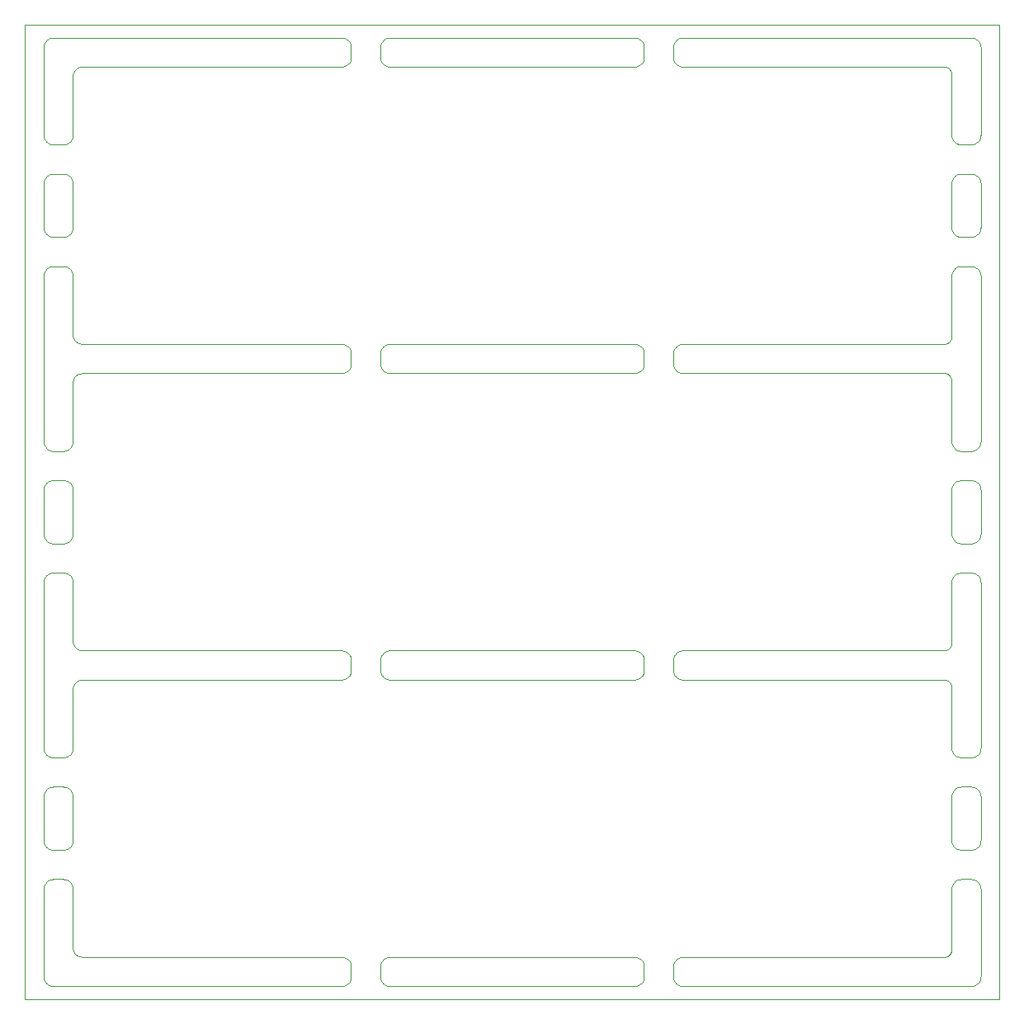
<source format=gbr>
G04 #@! TF.GenerationSoftware,KiCad,Pcbnew,5.1.5+dfsg1-2build2*
G04 #@! TF.CreationDate,2021-03-22T12:15:19+01:00*
G04 #@! TF.ProjectId,ATSAME51J18A-devboard-panel,41545341-4d45-4353-914a-3138412d6465,rev?*
G04 #@! TF.SameCoordinates,Original*
G04 #@! TF.FileFunction,Profile,NP*
%FSLAX46Y46*%
G04 Gerber Fmt 4.6, Leading zero omitted, Abs format (unit mm)*
G04 Created by KiCad (PCBNEW 5.1.5+dfsg1-2build2) date 2021-03-22 12:15:19*
%MOMM*%
%LPD*%
G04 APERTURE LIST*
%ADD10C,0.100000*%
G04 APERTURE END LIST*
D10*
X47010000Y-129370100D02*
X47010000Y-124869900D01*
X47014800Y-129467400D02*
X47010000Y-129370100D01*
X47029000Y-129563500D02*
X47014800Y-129467400D01*
X47052600Y-129657700D02*
X47029000Y-129563500D01*
X47085400Y-129749200D02*
X47052600Y-129657700D01*
X47126900Y-129837000D02*
X47085400Y-129749200D01*
X47176900Y-129920400D02*
X47126900Y-129837000D01*
X47234700Y-129998400D02*
X47176900Y-129920400D01*
X47300000Y-130070400D02*
X47234700Y-129998400D01*
X47372000Y-130135600D02*
X47300000Y-130070400D01*
X47450000Y-130193500D02*
X47372000Y-130135600D01*
X47533300Y-130243400D02*
X47450000Y-130193500D01*
X47621100Y-130285000D02*
X47533300Y-130243400D01*
X47712600Y-130317700D02*
X47621100Y-130285000D01*
X47806900Y-130341300D02*
X47712600Y-130317700D01*
X47903000Y-130355600D02*
X47806900Y-130341300D01*
X48000200Y-130360400D02*
X47903000Y-130355600D01*
X49008800Y-130360400D02*
X48000200Y-130360400D01*
X49106000Y-130355600D02*
X49008800Y-130360400D01*
X49202100Y-130341300D02*
X49106000Y-130355600D01*
X49296400Y-130317700D02*
X49202100Y-130341300D01*
X49387900Y-130285000D02*
X49296400Y-130317700D01*
X49475700Y-130243400D02*
X49387900Y-130285000D01*
X49559000Y-130193500D02*
X49475700Y-130243400D01*
X49637000Y-130135600D02*
X49559000Y-130193500D01*
X49709000Y-130070400D02*
X49637000Y-130135600D01*
X49774300Y-129998400D02*
X49709000Y-130070400D01*
X49832100Y-129920400D02*
X49774300Y-129998400D01*
X49882100Y-129837000D02*
X49832100Y-129920400D01*
X49923600Y-129749200D02*
X49882100Y-129837000D01*
X49956400Y-129657700D02*
X49923600Y-129749200D01*
X49980000Y-129563500D02*
X49956400Y-129657700D01*
X49994200Y-129467400D02*
X49980000Y-129563500D01*
X49999000Y-129370100D02*
X49994200Y-129467400D01*
X49999000Y-124869900D02*
X49999000Y-129370100D01*
X49994200Y-124772700D02*
X49999000Y-124869900D01*
X49980000Y-124676500D02*
X49994200Y-124772700D01*
X49956400Y-124582300D02*
X49980000Y-124676500D01*
X49923600Y-124490800D02*
X49956400Y-124582300D01*
X49882100Y-124403000D02*
X49923600Y-124490800D01*
X49832100Y-124319700D02*
X49882100Y-124403000D01*
X49774300Y-124241600D02*
X49832100Y-124319700D01*
X49709000Y-124169700D02*
X49774300Y-124241600D01*
X49637000Y-124104400D02*
X49709000Y-124169700D01*
X49559000Y-124046500D02*
X49637000Y-124104400D01*
X49475700Y-123996600D02*
X49559000Y-124046500D01*
X49387900Y-123955100D02*
X49475700Y-123996600D01*
X49296400Y-123922300D02*
X49387900Y-123955100D01*
X49202100Y-123898700D02*
X49296400Y-123922300D01*
X49106000Y-123884500D02*
X49202100Y-123898700D01*
X49008800Y-123879700D02*
X49106000Y-123884500D01*
X48000200Y-123879700D02*
X49008800Y-123879700D01*
X47903000Y-123884500D02*
X48000200Y-123879700D01*
X47806900Y-123898700D02*
X47903000Y-123884500D01*
X47712600Y-123922300D02*
X47806900Y-123898700D01*
X47621100Y-123955100D02*
X47712600Y-123922300D01*
X47533300Y-123996600D02*
X47621100Y-123955100D01*
X47450000Y-124046500D02*
X47533300Y-123996600D01*
X47372000Y-124104400D02*
X47450000Y-124046500D01*
X47300000Y-124169700D02*
X47372000Y-124104400D01*
X47234700Y-124241600D02*
X47300000Y-124169700D01*
X47176900Y-124319700D02*
X47234700Y-124241600D01*
X47126900Y-124403000D02*
X47176900Y-124319700D01*
X47085400Y-124490800D02*
X47126900Y-124403000D01*
X47052600Y-124582300D02*
X47085400Y-124490800D01*
X47029000Y-124676500D02*
X47052600Y-124582300D01*
X47014800Y-124772700D02*
X47029000Y-124676500D01*
X47010000Y-124869900D02*
X47014800Y-124772700D01*
X47010000Y-97922100D02*
X47010000Y-93421900D01*
X47014800Y-98019400D02*
X47010000Y-97922100D01*
X47029000Y-98115500D02*
X47014800Y-98019400D01*
X47052600Y-98209700D02*
X47029000Y-98115500D01*
X47085400Y-98301200D02*
X47052600Y-98209700D01*
X47126900Y-98389000D02*
X47085400Y-98301200D01*
X47176900Y-98472400D02*
X47126900Y-98389000D01*
X47234700Y-98550400D02*
X47176900Y-98472400D01*
X47300000Y-98622400D02*
X47234700Y-98550400D01*
X47372000Y-98687600D02*
X47300000Y-98622400D01*
X47450000Y-98745500D02*
X47372000Y-98687600D01*
X47533300Y-98795400D02*
X47450000Y-98745500D01*
X47621100Y-98837000D02*
X47533300Y-98795400D01*
X47712600Y-98869700D02*
X47621100Y-98837000D01*
X47806900Y-98893300D02*
X47712600Y-98869700D01*
X47903000Y-98907600D02*
X47806900Y-98893300D01*
X48000200Y-98912300D02*
X47903000Y-98907600D01*
X49008800Y-98912300D02*
X48000200Y-98912300D01*
X49106000Y-98907600D02*
X49008800Y-98912300D01*
X49202100Y-98893300D02*
X49106000Y-98907600D01*
X49296400Y-98869700D02*
X49202100Y-98893300D01*
X49387900Y-98837000D02*
X49296400Y-98869700D01*
X49475700Y-98795400D02*
X49387900Y-98837000D01*
X49559000Y-98745500D02*
X49475700Y-98795400D01*
X49637000Y-98687600D02*
X49559000Y-98745500D01*
X49709000Y-98622400D02*
X49637000Y-98687600D01*
X49774300Y-98550400D02*
X49709000Y-98622400D01*
X49832100Y-98472400D02*
X49774300Y-98550400D01*
X49882100Y-98389000D02*
X49832100Y-98472400D01*
X49923600Y-98301200D02*
X49882100Y-98389000D01*
X49956400Y-98209700D02*
X49923600Y-98301200D01*
X49980000Y-98115500D02*
X49956400Y-98209700D01*
X49994200Y-98019400D02*
X49980000Y-98115500D01*
X49999000Y-97922100D02*
X49994200Y-98019400D01*
X49999000Y-93421900D02*
X49999000Y-97922100D01*
X49994200Y-93324600D02*
X49999000Y-93421900D01*
X49980000Y-93228500D02*
X49994200Y-93324600D01*
X49956400Y-93134300D02*
X49980000Y-93228500D01*
X49923600Y-93042800D02*
X49956400Y-93134300D01*
X49882100Y-92955000D02*
X49923600Y-93042800D01*
X49832100Y-92871700D02*
X49882100Y-92955000D01*
X49774300Y-92793600D02*
X49832100Y-92871700D01*
X49709000Y-92721700D02*
X49774300Y-92793600D01*
X49637000Y-92656400D02*
X49709000Y-92721700D01*
X49559000Y-92598500D02*
X49637000Y-92656400D01*
X49475700Y-92548600D02*
X49559000Y-92598500D01*
X49387900Y-92507000D02*
X49475700Y-92548600D01*
X49296400Y-92474300D02*
X49387900Y-92507000D01*
X49202100Y-92450700D02*
X49296400Y-92474300D01*
X49106000Y-92436500D02*
X49202100Y-92450700D01*
X49008800Y-92431700D02*
X49106000Y-92436500D01*
X48000200Y-92431700D02*
X49008800Y-92431700D01*
X47903000Y-92436500D02*
X48000200Y-92431700D01*
X47806900Y-92450700D02*
X47903000Y-92436500D01*
X47712600Y-92474300D02*
X47806900Y-92450700D01*
X47621100Y-92507000D02*
X47712600Y-92474300D01*
X47533300Y-92548600D02*
X47621100Y-92507000D01*
X47450000Y-92598500D02*
X47533300Y-92548600D01*
X47372000Y-92656400D02*
X47450000Y-92598500D01*
X47300000Y-92721700D02*
X47372000Y-92656400D01*
X47234700Y-92793600D02*
X47300000Y-92721700D01*
X47176900Y-92871700D02*
X47234700Y-92793600D01*
X47126900Y-92955000D02*
X47176900Y-92871700D01*
X47085400Y-93042800D02*
X47126900Y-92955000D01*
X47052600Y-93134300D02*
X47085400Y-93042800D01*
X47029000Y-93228500D02*
X47052600Y-93134300D01*
X47014800Y-93324600D02*
X47029000Y-93228500D01*
X47010000Y-93421900D02*
X47014800Y-93324600D01*
X47010000Y-66474100D02*
X47010000Y-61973900D01*
X47014800Y-66571400D02*
X47010000Y-66474100D01*
X47029000Y-66667500D02*
X47014800Y-66571400D01*
X47052600Y-66761700D02*
X47029000Y-66667500D01*
X47085400Y-66853200D02*
X47052600Y-66761700D01*
X47126900Y-66941000D02*
X47085400Y-66853200D01*
X47176900Y-67024300D02*
X47126900Y-66941000D01*
X47234700Y-67102400D02*
X47176900Y-67024300D01*
X47300000Y-67174400D02*
X47234700Y-67102400D01*
X47372000Y-67239600D02*
X47300000Y-67174400D01*
X47450000Y-67297500D02*
X47372000Y-67239600D01*
X47533300Y-67347400D02*
X47450000Y-67297500D01*
X47621100Y-67389000D02*
X47533300Y-67347400D01*
X47712600Y-67421700D02*
X47621100Y-67389000D01*
X47806900Y-67445300D02*
X47712600Y-67421700D01*
X47903000Y-67459600D02*
X47806900Y-67445300D01*
X48000200Y-67464300D02*
X47903000Y-67459600D01*
X49008800Y-67464300D02*
X48000200Y-67464300D01*
X49106000Y-67459600D02*
X49008800Y-67464300D01*
X49202100Y-67445300D02*
X49106000Y-67459600D01*
X49296400Y-67421700D02*
X49202100Y-67445300D01*
X49387900Y-67389000D02*
X49296400Y-67421700D01*
X49475700Y-67347400D02*
X49387900Y-67389000D01*
X49559000Y-67297500D02*
X49475700Y-67347400D01*
X49637000Y-67239600D02*
X49559000Y-67297500D01*
X49709000Y-67174400D02*
X49637000Y-67239600D01*
X49774300Y-67102400D02*
X49709000Y-67174400D01*
X49832100Y-67024300D02*
X49774300Y-67102400D01*
X49882100Y-66941000D02*
X49832100Y-67024300D01*
X49923600Y-66853200D02*
X49882100Y-66941000D01*
X49956400Y-66761700D02*
X49923600Y-66853200D01*
X49980000Y-66667500D02*
X49956400Y-66761700D01*
X49994200Y-66571400D02*
X49980000Y-66667500D01*
X49999000Y-66474100D02*
X49994200Y-66571400D01*
X49999000Y-61973900D02*
X49999000Y-66474100D01*
X49994200Y-61876600D02*
X49999000Y-61973900D01*
X49980000Y-61780500D02*
X49994200Y-61876600D01*
X49956400Y-61686300D02*
X49980000Y-61780500D01*
X49923600Y-61594800D02*
X49956400Y-61686300D01*
X49882100Y-61507000D02*
X49923600Y-61594800D01*
X49832100Y-61423700D02*
X49882100Y-61507000D01*
X49774300Y-61345600D02*
X49832100Y-61423700D01*
X49709000Y-61273600D02*
X49774300Y-61345600D01*
X49637000Y-61208400D02*
X49709000Y-61273600D01*
X49559000Y-61150500D02*
X49637000Y-61208400D01*
X49475700Y-61100600D02*
X49559000Y-61150500D01*
X49387900Y-61059000D02*
X49475700Y-61100600D01*
X49296400Y-61026300D02*
X49387900Y-61059000D01*
X49202100Y-61002700D02*
X49296400Y-61026300D01*
X49106000Y-60988400D02*
X49202100Y-61002700D01*
X49008800Y-60983700D02*
X49106000Y-60988400D01*
X48000200Y-60983700D02*
X49008800Y-60983700D01*
X47903000Y-60988400D02*
X48000200Y-60983700D01*
X47806900Y-61002700D02*
X47903000Y-60988400D01*
X47712600Y-61026300D02*
X47806900Y-61002700D01*
X47621100Y-61059000D02*
X47712600Y-61026300D01*
X47533300Y-61100600D02*
X47621100Y-61059000D01*
X47450000Y-61150500D02*
X47533300Y-61100600D01*
X47372000Y-61208400D02*
X47450000Y-61150500D01*
X47300000Y-61273600D02*
X47372000Y-61208400D01*
X47234700Y-61345600D02*
X47300000Y-61273600D01*
X47176900Y-61423700D02*
X47234700Y-61345600D01*
X47126900Y-61507000D02*
X47176900Y-61423700D01*
X47085400Y-61594800D02*
X47126900Y-61507000D01*
X47052600Y-61686300D02*
X47085400Y-61594800D01*
X47029000Y-61780500D02*
X47052600Y-61686300D01*
X47014800Y-61876600D02*
X47029000Y-61780500D01*
X47010000Y-61973900D02*
X47014800Y-61876600D01*
X47010000Y-88439400D02*
X47010000Y-71456600D01*
X47014800Y-88536700D02*
X47010000Y-88439400D01*
X47029000Y-88632800D02*
X47014800Y-88536700D01*
X47052600Y-88727100D02*
X47029000Y-88632800D01*
X47085400Y-88818500D02*
X47052600Y-88727100D01*
X47126900Y-88906400D02*
X47085400Y-88818500D01*
X47176900Y-88989700D02*
X47126900Y-88906400D01*
X47234700Y-89067700D02*
X47176900Y-88989700D01*
X47300000Y-89139700D02*
X47234700Y-89067700D01*
X47372000Y-89204900D02*
X47300000Y-89139700D01*
X47450000Y-89262800D02*
X47372000Y-89204900D01*
X47533300Y-89312800D02*
X47450000Y-89262800D01*
X47621100Y-89354300D02*
X47533300Y-89312800D01*
X47712600Y-89387000D02*
X47621100Y-89354300D01*
X47806900Y-89410600D02*
X47712600Y-89387000D01*
X47903000Y-89424900D02*
X47806900Y-89410600D01*
X48000200Y-89429700D02*
X47903000Y-89424900D01*
X49008800Y-89429700D02*
X48000200Y-89429700D01*
X49106000Y-89424900D02*
X49008800Y-89429700D01*
X49202100Y-89410600D02*
X49106000Y-89424900D01*
X49296400Y-89387000D02*
X49202100Y-89410600D01*
X49387900Y-89354300D02*
X49296400Y-89387000D01*
X49475700Y-89312800D02*
X49387900Y-89354300D01*
X49559000Y-89262800D02*
X49475700Y-89312800D01*
X49637000Y-89204900D02*
X49559000Y-89262800D01*
X49709000Y-89139700D02*
X49637000Y-89204900D01*
X49774300Y-89067700D02*
X49709000Y-89139700D01*
X49832100Y-88989700D02*
X49774300Y-89067700D01*
X49882100Y-88906400D02*
X49832100Y-88989700D01*
X49923600Y-88818500D02*
X49882100Y-88906400D01*
X49956400Y-88727100D02*
X49923600Y-88818500D01*
X49980000Y-88632800D02*
X49956400Y-88727100D01*
X49994200Y-88536700D02*
X49980000Y-88632800D01*
X49999000Y-88439400D02*
X49994200Y-88536700D01*
X49999000Y-82470600D02*
X49999000Y-88439400D01*
X50004900Y-82357500D02*
X49999000Y-82470600D01*
X50021500Y-82252900D02*
X50004900Y-82357500D01*
X50045400Y-82162500D02*
X50021500Y-82252900D01*
X50053500Y-82137500D02*
X50045400Y-82162500D01*
X50087100Y-82050700D02*
X50053500Y-82137500D01*
X50129300Y-81967200D02*
X50087100Y-82050700D01*
X50142400Y-81944500D02*
X50129300Y-81967200D01*
X50193400Y-81866600D02*
X50142400Y-81944500D01*
X50251900Y-81793700D02*
X50193400Y-81866600D01*
X50269500Y-81774200D02*
X50251900Y-81793700D01*
X50335600Y-81708600D02*
X50269500Y-81774200D01*
X50408000Y-81649500D02*
X50335600Y-81708600D01*
X50429200Y-81634100D02*
X50408000Y-81649500D01*
X50507500Y-81583700D02*
X50429200Y-81634100D01*
X50590600Y-81540900D02*
X50507500Y-81583700D01*
X50614600Y-81530200D02*
X50590600Y-81540900D01*
X50689400Y-81501500D02*
X50614600Y-81530200D01*
X50714400Y-81493400D02*
X50689400Y-81501500D01*
X50804400Y-81469600D02*
X50714400Y-81493400D01*
X50896700Y-81454600D02*
X50804400Y-81469600D01*
X50922800Y-81451900D02*
X50896700Y-81454600D01*
X51022600Y-81447000D02*
X50922800Y-81451900D01*
X77565400Y-81447000D02*
X51022600Y-81447000D01*
X77662700Y-81442200D02*
X77565400Y-81447000D01*
X77758800Y-81428000D02*
X77662700Y-81442200D01*
X77853000Y-81404400D02*
X77758800Y-81428000D01*
X77944500Y-81371600D02*
X77853000Y-81404400D01*
X78032300Y-81330100D02*
X77944500Y-81371600D01*
X78115700Y-81280100D02*
X78032300Y-81330100D01*
X78193700Y-81222300D02*
X78115700Y-81280100D01*
X78265700Y-81157000D02*
X78193700Y-81222300D01*
X78330900Y-81085000D02*
X78265700Y-81157000D01*
X78388800Y-81007000D02*
X78330900Y-81085000D01*
X78438800Y-80923700D02*
X78388800Y-81007000D01*
X78480300Y-80835900D02*
X78438800Y-80923700D01*
X78513000Y-80744400D02*
X78480300Y-80835900D01*
X78536600Y-80650100D02*
X78513000Y-80744400D01*
X78550900Y-80554000D02*
X78536600Y-80650100D01*
X78555700Y-80456800D02*
X78550900Y-80554000D01*
X78555700Y-79439200D02*
X78555700Y-80456800D01*
X78550900Y-79342000D02*
X78555700Y-79439200D01*
X78536600Y-79245900D02*
X78550900Y-79342000D01*
X78513000Y-79151600D02*
X78536600Y-79245900D01*
X78480300Y-79060100D02*
X78513000Y-79151600D01*
X78438800Y-78972300D02*
X78480300Y-79060100D01*
X78388800Y-78889000D02*
X78438800Y-78972300D01*
X78330900Y-78811000D02*
X78388800Y-78889000D01*
X78265700Y-78739000D02*
X78330900Y-78811000D01*
X78193700Y-78673700D02*
X78265700Y-78739000D01*
X78115700Y-78615900D02*
X78193700Y-78673700D01*
X78032300Y-78565900D02*
X78115700Y-78615900D01*
X77944500Y-78524400D02*
X78032300Y-78565900D01*
X77853000Y-78491600D02*
X77944500Y-78524400D01*
X77758800Y-78468000D02*
X77853000Y-78491600D01*
X77662700Y-78453800D02*
X77758800Y-78468000D01*
X77565400Y-78449000D02*
X77662700Y-78453800D01*
X51022600Y-78449000D02*
X77565400Y-78449000D01*
X50922800Y-78444100D02*
X51022600Y-78449000D01*
X50896700Y-78441400D02*
X50922800Y-78444100D01*
X50804300Y-78426400D02*
X50896700Y-78441400D01*
X50714200Y-78402600D02*
X50804300Y-78426400D01*
X50689500Y-78394500D02*
X50714200Y-78402600D01*
X50614600Y-78365800D02*
X50689500Y-78394500D01*
X50590600Y-78355100D02*
X50614600Y-78365800D01*
X50507900Y-78312600D02*
X50590600Y-78355100D01*
X50429300Y-78261900D02*
X50507900Y-78312600D01*
X50408000Y-78246500D02*
X50429300Y-78261900D01*
X50335900Y-78187700D02*
X50408000Y-78246500D01*
X50269500Y-78121800D02*
X50335900Y-78187700D01*
X50252000Y-78102300D02*
X50269500Y-78121800D01*
X50193600Y-78029800D02*
X50252000Y-78102300D01*
X50142400Y-77951500D02*
X50193600Y-78029800D01*
X50129300Y-77928800D02*
X50142400Y-77951500D01*
X50087100Y-77845200D02*
X50129300Y-77928800D01*
X50049200Y-77746400D02*
X50087100Y-77845200D01*
X50024600Y-77656200D02*
X50049200Y-77746400D01*
X50019200Y-77630500D02*
X50024600Y-77656200D01*
X50004900Y-77538500D02*
X50019200Y-77630500D01*
X49999000Y-77425500D02*
X50004900Y-77538500D01*
X49999000Y-71456600D02*
X49999000Y-77425500D01*
X49994200Y-71359300D02*
X49999000Y-71456600D01*
X49980000Y-71263200D02*
X49994200Y-71359300D01*
X49956400Y-71169000D02*
X49980000Y-71263200D01*
X49923600Y-71077500D02*
X49956400Y-71169000D01*
X49882100Y-70989700D02*
X49923600Y-71077500D01*
X49832100Y-70906300D02*
X49882100Y-70989700D01*
X49774300Y-70828300D02*
X49832100Y-70906300D01*
X49709000Y-70756300D02*
X49774300Y-70828300D01*
X49637000Y-70691100D02*
X49709000Y-70756300D01*
X49559000Y-70633200D02*
X49637000Y-70691100D01*
X49475700Y-70583200D02*
X49559000Y-70633200D01*
X49387900Y-70541700D02*
X49475700Y-70583200D01*
X49296400Y-70509000D02*
X49387900Y-70541700D01*
X49202100Y-70485400D02*
X49296400Y-70509000D01*
X49106000Y-70471100D02*
X49202100Y-70485400D01*
X49008800Y-70466300D02*
X49106000Y-70471100D01*
X48000200Y-70466300D02*
X49008800Y-70466300D01*
X47903000Y-70471100D02*
X48000200Y-70466300D01*
X47806900Y-70485400D02*
X47903000Y-70471100D01*
X47712600Y-70509000D02*
X47806900Y-70485400D01*
X47621100Y-70541700D02*
X47712600Y-70509000D01*
X47533300Y-70583200D02*
X47621100Y-70541700D01*
X47450000Y-70633200D02*
X47533300Y-70583200D01*
X47372000Y-70691100D02*
X47450000Y-70633200D01*
X47300000Y-70756300D02*
X47372000Y-70691100D01*
X47234700Y-70828300D02*
X47300000Y-70756300D01*
X47176900Y-70906300D02*
X47234700Y-70828300D01*
X47126900Y-70989700D02*
X47176900Y-70906300D01*
X47085400Y-71077500D02*
X47126900Y-70989700D01*
X47052600Y-71169000D02*
X47085400Y-71077500D01*
X47029000Y-71263200D02*
X47052600Y-71169000D01*
X47014800Y-71359300D02*
X47029000Y-71263200D01*
X47010000Y-71456600D02*
X47014800Y-71359300D01*
X47010000Y-119887400D02*
X47010000Y-102904600D01*
X47014800Y-119984700D02*
X47010000Y-119887400D01*
X47029000Y-120080800D02*
X47014800Y-119984700D01*
X47052600Y-120175100D02*
X47029000Y-120080800D01*
X47085400Y-120266500D02*
X47052600Y-120175100D01*
X47126900Y-120354400D02*
X47085400Y-120266500D01*
X47176900Y-120437700D02*
X47126900Y-120354400D01*
X47234700Y-120515700D02*
X47176900Y-120437700D01*
X47300000Y-120587700D02*
X47234700Y-120515700D01*
X47372000Y-120653000D02*
X47300000Y-120587700D01*
X47450000Y-120710800D02*
X47372000Y-120653000D01*
X47533300Y-120760800D02*
X47450000Y-120710800D01*
X47621100Y-120802300D02*
X47533300Y-120760800D01*
X47712600Y-120835000D02*
X47621100Y-120802300D01*
X47806900Y-120858700D02*
X47712600Y-120835000D01*
X47903000Y-120872900D02*
X47806900Y-120858700D01*
X48000200Y-120877700D02*
X47903000Y-120872900D01*
X49008800Y-120877700D02*
X48000200Y-120877700D01*
X49106000Y-120872900D02*
X49008800Y-120877700D01*
X49202100Y-120858700D02*
X49106000Y-120872900D01*
X49296400Y-120835000D02*
X49202100Y-120858700D01*
X49387900Y-120802300D02*
X49296400Y-120835000D01*
X49475700Y-120760800D02*
X49387900Y-120802300D01*
X49559000Y-120710800D02*
X49475700Y-120760800D01*
X49637000Y-120653000D02*
X49559000Y-120710800D01*
X49709000Y-120587700D02*
X49637000Y-120653000D01*
X49774300Y-120515700D02*
X49709000Y-120587700D01*
X49832100Y-120437700D02*
X49774300Y-120515700D01*
X49882100Y-120354400D02*
X49832100Y-120437700D01*
X49923600Y-120266500D02*
X49882100Y-120354400D01*
X49956400Y-120175100D02*
X49923600Y-120266500D01*
X49980000Y-120080800D02*
X49956400Y-120175100D01*
X49994200Y-119984700D02*
X49980000Y-120080800D01*
X49999000Y-119887400D02*
X49994200Y-119984700D01*
X49999000Y-113918600D02*
X49999000Y-119887400D01*
X50004900Y-113805500D02*
X49999000Y-113918600D01*
X50021500Y-113700900D02*
X50004900Y-113805500D01*
X50045400Y-113610500D02*
X50021500Y-113700900D01*
X50053500Y-113585500D02*
X50045400Y-113610500D01*
X50087100Y-113498700D02*
X50053500Y-113585500D01*
X50129300Y-113415300D02*
X50087100Y-113498700D01*
X50142400Y-113392500D02*
X50129300Y-113415300D01*
X50193400Y-113314600D02*
X50142400Y-113392500D01*
X50251900Y-113241700D02*
X50193400Y-113314600D01*
X50269500Y-113222200D02*
X50251900Y-113241700D01*
X50335600Y-113156700D02*
X50269500Y-113222200D01*
X50408000Y-113097500D02*
X50335600Y-113156700D01*
X50429200Y-113082100D02*
X50408000Y-113097500D01*
X50507500Y-113031700D02*
X50429200Y-113082100D01*
X50590600Y-112988900D02*
X50507500Y-113031700D01*
X50614600Y-112978200D02*
X50590600Y-112988900D01*
X50689400Y-112949500D02*
X50614600Y-112978200D01*
X50714400Y-112941400D02*
X50689400Y-112949500D01*
X50804400Y-112917600D02*
X50714400Y-112941400D01*
X50896700Y-112902600D02*
X50804400Y-112917600D01*
X50922800Y-112899900D02*
X50896700Y-112902600D01*
X51022600Y-112895000D02*
X50922800Y-112899900D01*
X77565400Y-112895000D02*
X51022600Y-112895000D01*
X77662700Y-112890200D02*
X77565400Y-112895000D01*
X77758800Y-112876000D02*
X77662700Y-112890200D01*
X77853000Y-112852400D02*
X77758800Y-112876000D01*
X77944500Y-112819600D02*
X77853000Y-112852400D01*
X78032300Y-112778100D02*
X77944500Y-112819600D01*
X78115700Y-112728200D02*
X78032300Y-112778100D01*
X78193700Y-112670300D02*
X78115700Y-112728200D01*
X78265700Y-112605000D02*
X78193700Y-112670300D01*
X78330900Y-112533000D02*
X78265700Y-112605000D01*
X78388800Y-112455000D02*
X78330900Y-112533000D01*
X78438800Y-112371700D02*
X78388800Y-112455000D01*
X78480300Y-112283900D02*
X78438800Y-112371700D01*
X78513000Y-112192400D02*
X78480300Y-112283900D01*
X78536600Y-112098100D02*
X78513000Y-112192400D01*
X78550900Y-112002000D02*
X78536600Y-112098100D01*
X78555700Y-111904800D02*
X78550900Y-112002000D01*
X78555700Y-110887300D02*
X78555700Y-111904800D01*
X78550900Y-110790000D02*
X78555700Y-110887300D01*
X78536600Y-110693900D02*
X78550900Y-110790000D01*
X78513000Y-110599600D02*
X78536600Y-110693900D01*
X78480300Y-110508200D02*
X78513000Y-110599600D01*
X78438800Y-110420300D02*
X78480300Y-110508200D01*
X78388800Y-110337000D02*
X78438800Y-110420300D01*
X78330900Y-110259000D02*
X78388800Y-110337000D01*
X78265700Y-110187000D02*
X78330900Y-110259000D01*
X78193700Y-110121700D02*
X78265700Y-110187000D01*
X78115700Y-110063900D02*
X78193700Y-110121700D01*
X78032300Y-110013900D02*
X78115700Y-110063900D01*
X77944500Y-109972400D02*
X78032300Y-110013900D01*
X77853000Y-109939600D02*
X77944500Y-109972400D01*
X77758800Y-109916000D02*
X77853000Y-109939600D01*
X77662700Y-109901800D02*
X77758800Y-109916000D01*
X77565400Y-109897000D02*
X77662700Y-109901800D01*
X51022600Y-109897000D02*
X77565400Y-109897000D01*
X50922800Y-109892100D02*
X51022600Y-109897000D01*
X50896700Y-109889400D02*
X50922800Y-109892100D01*
X50804300Y-109874400D02*
X50896700Y-109889400D01*
X50714200Y-109850600D02*
X50804300Y-109874400D01*
X50689500Y-109842500D02*
X50714200Y-109850600D01*
X50614600Y-109813800D02*
X50689500Y-109842500D01*
X50590600Y-109803100D02*
X50614600Y-109813800D01*
X50507900Y-109760600D02*
X50590600Y-109803100D01*
X50429300Y-109710000D02*
X50507900Y-109760600D01*
X50408000Y-109694500D02*
X50429300Y-109710000D01*
X50335900Y-109635700D02*
X50408000Y-109694500D01*
X50269500Y-109569800D02*
X50335900Y-109635700D01*
X50252000Y-109550300D02*
X50269500Y-109569800D01*
X50193600Y-109477800D02*
X50252000Y-109550300D01*
X50142400Y-109399600D02*
X50193600Y-109477800D01*
X50129300Y-109376800D02*
X50142400Y-109399600D01*
X50087100Y-109293300D02*
X50129300Y-109376800D01*
X50049200Y-109194400D02*
X50087100Y-109293300D01*
X50024600Y-109104200D02*
X50049200Y-109194400D01*
X50019200Y-109078500D02*
X50024600Y-109104200D01*
X50004900Y-108986500D02*
X50019200Y-109078500D01*
X49999000Y-108873500D02*
X50004900Y-108986500D01*
X49999000Y-102904600D02*
X49999000Y-108873500D01*
X49994200Y-102807300D02*
X49999000Y-102904600D01*
X49980000Y-102711200D02*
X49994200Y-102807300D01*
X49956400Y-102617000D02*
X49980000Y-102711200D01*
X49923600Y-102525500D02*
X49956400Y-102617000D01*
X49882100Y-102437700D02*
X49923600Y-102525500D01*
X49832100Y-102354300D02*
X49882100Y-102437700D01*
X49774300Y-102276300D02*
X49832100Y-102354300D01*
X49709000Y-102204300D02*
X49774300Y-102276300D01*
X49637000Y-102139100D02*
X49709000Y-102204300D01*
X49559000Y-102081200D02*
X49637000Y-102139100D01*
X49475700Y-102031300D02*
X49559000Y-102081200D01*
X49387900Y-101989700D02*
X49475700Y-102031300D01*
X49296400Y-101957000D02*
X49387900Y-101989700D01*
X49202100Y-101933400D02*
X49296400Y-101957000D01*
X49106000Y-101919100D02*
X49202100Y-101933400D01*
X49008800Y-101914300D02*
X49106000Y-101919100D01*
X48000200Y-101914300D02*
X49008800Y-101914300D01*
X47903000Y-101919100D02*
X48000200Y-101914300D01*
X47806900Y-101933400D02*
X47903000Y-101919100D01*
X47712600Y-101957000D02*
X47806900Y-101933400D01*
X47621100Y-101989700D02*
X47712600Y-101957000D01*
X47533300Y-102031300D02*
X47621100Y-101989700D01*
X47450000Y-102081200D02*
X47533300Y-102031300D01*
X47372000Y-102139100D02*
X47450000Y-102081200D01*
X47300000Y-102204300D02*
X47372000Y-102139100D01*
X47234700Y-102276300D02*
X47300000Y-102204300D01*
X47176900Y-102354300D02*
X47234700Y-102276300D01*
X47126900Y-102437700D02*
X47176900Y-102354300D01*
X47085400Y-102525500D02*
X47126900Y-102437700D01*
X47052600Y-102617000D02*
X47085400Y-102525500D01*
X47029000Y-102711200D02*
X47052600Y-102617000D01*
X47014800Y-102807300D02*
X47029000Y-102711200D01*
X47010000Y-102904600D02*
X47014800Y-102807300D01*
X47010000Y-143343800D02*
X47010000Y-134352600D01*
X47014800Y-143441100D02*
X47010000Y-143343800D01*
X47029000Y-143537200D02*
X47014800Y-143441100D01*
X47052600Y-143631400D02*
X47029000Y-143537200D01*
X47085400Y-143722900D02*
X47052600Y-143631400D01*
X47126900Y-143810700D02*
X47085400Y-143722900D01*
X47176900Y-143894000D02*
X47126900Y-143810700D01*
X47234700Y-143972100D02*
X47176900Y-143894000D01*
X47300000Y-144044100D02*
X47234700Y-143972100D01*
X47372000Y-144109300D02*
X47300000Y-144044100D01*
X47450000Y-144167200D02*
X47372000Y-144109300D01*
X47533300Y-144217100D02*
X47450000Y-144167200D01*
X47621100Y-144258700D02*
X47533300Y-144217100D01*
X47712600Y-144291400D02*
X47621100Y-144258700D01*
X47806900Y-144315000D02*
X47712600Y-144291400D01*
X47903000Y-144329200D02*
X47806900Y-144315000D01*
X48000200Y-144334000D02*
X47903000Y-144329200D01*
X77565400Y-144334000D02*
X48000200Y-144334000D01*
X77662700Y-144329200D02*
X77565400Y-144334000D01*
X77758800Y-144315000D02*
X77662700Y-144329200D01*
X77853000Y-144291400D02*
X77758800Y-144315000D01*
X77944500Y-144258700D02*
X77853000Y-144291400D01*
X78032300Y-144217100D02*
X77944500Y-144258700D01*
X78115700Y-144167200D02*
X78032300Y-144217100D01*
X78193700Y-144109300D02*
X78115700Y-144167200D01*
X78265700Y-144044100D02*
X78193700Y-144109300D01*
X78330900Y-143972100D02*
X78265700Y-144044100D01*
X78388800Y-143894000D02*
X78330900Y-143972100D01*
X78438800Y-143810700D02*
X78388800Y-143894000D01*
X78480300Y-143722900D02*
X78438800Y-143810700D01*
X78513000Y-143631400D02*
X78480300Y-143722900D01*
X78536600Y-143537200D02*
X78513000Y-143631400D01*
X78550900Y-143441100D02*
X78536600Y-143537200D01*
X78555700Y-143343800D02*
X78550900Y-143441100D01*
X78555700Y-142335300D02*
X78555700Y-143343800D01*
X78550900Y-142238000D02*
X78555700Y-142335300D01*
X78536600Y-142141900D02*
X78550900Y-142238000D01*
X78513000Y-142047600D02*
X78536600Y-142141900D01*
X78480300Y-141956200D02*
X78513000Y-142047600D01*
X78438800Y-141868300D02*
X78480300Y-141956200D01*
X78388800Y-141785000D02*
X78438800Y-141868300D01*
X78330900Y-141707000D02*
X78388800Y-141785000D01*
X78265700Y-141635000D02*
X78330900Y-141707000D01*
X78193700Y-141569700D02*
X78265700Y-141635000D01*
X78115700Y-141511900D02*
X78193700Y-141569700D01*
X78032300Y-141461900D02*
X78115700Y-141511900D01*
X77944500Y-141420400D02*
X78032300Y-141461900D01*
X77853000Y-141387700D02*
X77944500Y-141420400D01*
X77758800Y-141364000D02*
X77853000Y-141387700D01*
X77662700Y-141349800D02*
X77758800Y-141364000D01*
X77565400Y-141345000D02*
X77662700Y-141349800D01*
X51022600Y-141345000D02*
X77565400Y-141345000D01*
X50922800Y-141340100D02*
X51022600Y-141345000D01*
X50896700Y-141337400D02*
X50922800Y-141340100D01*
X50804300Y-141322400D02*
X50896700Y-141337400D01*
X50714200Y-141298600D02*
X50804300Y-141322400D01*
X50689500Y-141290500D02*
X50714200Y-141298600D01*
X50614600Y-141261800D02*
X50689500Y-141290500D01*
X50590600Y-141251100D02*
X50614600Y-141261800D01*
X50507900Y-141208600D02*
X50590600Y-141251100D01*
X50429300Y-141158000D02*
X50507900Y-141208600D01*
X50408000Y-141142500D02*
X50429300Y-141158000D01*
X50335900Y-141083700D02*
X50408000Y-141142500D01*
X50269500Y-141017800D02*
X50335900Y-141083700D01*
X50252000Y-140998300D02*
X50269500Y-141017800D01*
X50193600Y-140925800D02*
X50252000Y-140998300D01*
X50142400Y-140847600D02*
X50193600Y-140925800D01*
X50129300Y-140824800D02*
X50142400Y-140847600D01*
X50087100Y-140741300D02*
X50129300Y-140824800D01*
X50049200Y-140642400D02*
X50087100Y-140741300D01*
X50024600Y-140552200D02*
X50049200Y-140642400D01*
X50019200Y-140526500D02*
X50024600Y-140552200D01*
X50004900Y-140434500D02*
X50019200Y-140526500D01*
X49999000Y-140321500D02*
X50004900Y-140434500D01*
X49999000Y-134352600D02*
X49999000Y-140321500D01*
X49994200Y-134255300D02*
X49999000Y-134352600D01*
X49980000Y-134159200D02*
X49994200Y-134255300D01*
X49956400Y-134065000D02*
X49980000Y-134159200D01*
X49923600Y-133973500D02*
X49956400Y-134065000D01*
X49882100Y-133885700D02*
X49923600Y-133973500D01*
X49832100Y-133802300D02*
X49882100Y-133885700D01*
X49774300Y-133724300D02*
X49832100Y-133802300D01*
X49709000Y-133652300D02*
X49774300Y-133724300D01*
X49637000Y-133587100D02*
X49709000Y-133652300D01*
X49559000Y-133529200D02*
X49637000Y-133587100D01*
X49475700Y-133479300D02*
X49559000Y-133529200D01*
X49387900Y-133437700D02*
X49475700Y-133479300D01*
X49296400Y-133405000D02*
X49387900Y-133437700D01*
X49202100Y-133381400D02*
X49296400Y-133405000D01*
X49106000Y-133367100D02*
X49202100Y-133381400D01*
X49008800Y-133362400D02*
X49106000Y-133367100D01*
X48000200Y-133362400D02*
X49008800Y-133362400D01*
X47903000Y-133367100D02*
X48000200Y-133362400D01*
X47806900Y-133381400D02*
X47903000Y-133367100D01*
X47712600Y-133405000D02*
X47806900Y-133381400D01*
X47621100Y-133437700D02*
X47712600Y-133405000D01*
X47533300Y-133479300D02*
X47621100Y-133437700D01*
X47450000Y-133529200D02*
X47533300Y-133479300D01*
X47372000Y-133587100D02*
X47450000Y-133529200D01*
X47300000Y-133652300D02*
X47372000Y-133587100D01*
X47234700Y-133724300D02*
X47300000Y-133652300D01*
X47176900Y-133802300D02*
X47234700Y-133724300D01*
X47126900Y-133885700D02*
X47176900Y-133802300D01*
X47085400Y-133973500D02*
X47126900Y-133885700D01*
X47052600Y-134065000D02*
X47085400Y-133973500D01*
X47029000Y-134159200D02*
X47052600Y-134065000D01*
X47014800Y-134255300D02*
X47029000Y-134159200D01*
X47010000Y-134352600D02*
X47014800Y-134255300D01*
X48000200Y-47010000D02*
X77565400Y-47010000D01*
X47903000Y-47014800D02*
X48000200Y-47010000D01*
X47806900Y-47029000D02*
X47903000Y-47014800D01*
X47712600Y-47052600D02*
X47806900Y-47029000D01*
X47621100Y-47085400D02*
X47712600Y-47052600D01*
X47533300Y-47126900D02*
X47621100Y-47085400D01*
X47450000Y-47176900D02*
X47533300Y-47126900D01*
X47372000Y-47234700D02*
X47450000Y-47176900D01*
X47300000Y-47300000D02*
X47372000Y-47234700D01*
X47234700Y-47372000D02*
X47300000Y-47300000D01*
X47176900Y-47450000D02*
X47234700Y-47372000D01*
X47126900Y-47533300D02*
X47176900Y-47450000D01*
X47085400Y-47621100D02*
X47126900Y-47533300D01*
X47052600Y-47712600D02*
X47085400Y-47621100D01*
X47029000Y-47806900D02*
X47052600Y-47712600D01*
X47014800Y-47903000D02*
X47029000Y-47806900D01*
X47010000Y-48000200D02*
X47014800Y-47903000D01*
X47010000Y-56991400D02*
X47010000Y-48000200D01*
X47014800Y-57088700D02*
X47010000Y-56991400D01*
X47029000Y-57184800D02*
X47014800Y-57088700D01*
X47052600Y-57279000D02*
X47029000Y-57184800D01*
X47085400Y-57370500D02*
X47052600Y-57279000D01*
X47126900Y-57458300D02*
X47085400Y-57370500D01*
X47176900Y-57541700D02*
X47126900Y-57458300D01*
X47234700Y-57619700D02*
X47176900Y-57541700D01*
X47300000Y-57691700D02*
X47234700Y-57619700D01*
X47372000Y-57756900D02*
X47300000Y-57691700D01*
X47450000Y-57814800D02*
X47372000Y-57756900D01*
X47533300Y-57864800D02*
X47450000Y-57814800D01*
X47621100Y-57906300D02*
X47533300Y-57864800D01*
X47712600Y-57939000D02*
X47621100Y-57906300D01*
X47806900Y-57962600D02*
X47712600Y-57939000D01*
X47903000Y-57976900D02*
X47806900Y-57962600D01*
X48000200Y-57981700D02*
X47903000Y-57976900D01*
X49008800Y-57981700D02*
X48000200Y-57981700D01*
X49106000Y-57976900D02*
X49008800Y-57981700D01*
X49202100Y-57962600D02*
X49106000Y-57976900D01*
X49296400Y-57939000D02*
X49202100Y-57962600D01*
X49387900Y-57906300D02*
X49296400Y-57939000D01*
X49475700Y-57864800D02*
X49387900Y-57906300D01*
X49559000Y-57814800D02*
X49475700Y-57864800D01*
X49637000Y-57756900D02*
X49559000Y-57814800D01*
X49709000Y-57691700D02*
X49637000Y-57756900D01*
X49774300Y-57619700D02*
X49709000Y-57691700D01*
X49832100Y-57541700D02*
X49774300Y-57619700D01*
X49882100Y-57458300D02*
X49832100Y-57541700D01*
X49923600Y-57370500D02*
X49882100Y-57458300D01*
X49956400Y-57279000D02*
X49923600Y-57370500D01*
X49980000Y-57184800D02*
X49956400Y-57279000D01*
X49994200Y-57088700D02*
X49980000Y-57184800D01*
X49999000Y-56991400D02*
X49994200Y-57088700D01*
X49999000Y-51022600D02*
X49999000Y-56991400D01*
X50004900Y-50909400D02*
X49999000Y-51022600D01*
X50021500Y-50804900D02*
X50004900Y-50909400D01*
X50045400Y-50714500D02*
X50021500Y-50804900D01*
X50053500Y-50689500D02*
X50045400Y-50714500D01*
X50087100Y-50602700D02*
X50053500Y-50689500D01*
X50129300Y-50519200D02*
X50087100Y-50602700D01*
X50142400Y-50496500D02*
X50129300Y-50519200D01*
X50193400Y-50418600D02*
X50142400Y-50496500D01*
X50251900Y-50345700D02*
X50193400Y-50418600D01*
X50269500Y-50326200D02*
X50251900Y-50345700D01*
X50335600Y-50260600D02*
X50269500Y-50326200D01*
X50408000Y-50201500D02*
X50335600Y-50260600D01*
X50429200Y-50186100D02*
X50408000Y-50201500D01*
X50507500Y-50135700D02*
X50429200Y-50186100D01*
X50590600Y-50092900D02*
X50507500Y-50135700D01*
X50614600Y-50082200D02*
X50590600Y-50092900D01*
X50701600Y-50049200D02*
X50614600Y-50082200D01*
X50804400Y-50021600D02*
X50701600Y-50049200D01*
X50896700Y-50006600D02*
X50804400Y-50021600D01*
X50922800Y-50003900D02*
X50896700Y-50006600D01*
X51022500Y-49999000D02*
X50922800Y-50003900D01*
X77565400Y-49999000D02*
X51022500Y-49999000D01*
X77662700Y-49994200D02*
X77565400Y-49999000D01*
X77758800Y-49980000D02*
X77662700Y-49994200D01*
X77853000Y-49956400D02*
X77758800Y-49980000D01*
X77944500Y-49923600D02*
X77853000Y-49956400D01*
X78032300Y-49882100D02*
X77944500Y-49923600D01*
X78115700Y-49832100D02*
X78032300Y-49882100D01*
X78193700Y-49774300D02*
X78115700Y-49832100D01*
X78265700Y-49709000D02*
X78193700Y-49774300D01*
X78330900Y-49637000D02*
X78265700Y-49709000D01*
X78388800Y-49559000D02*
X78330900Y-49637000D01*
X78438800Y-49475700D02*
X78388800Y-49559000D01*
X78480300Y-49387900D02*
X78438800Y-49475700D01*
X78513000Y-49296400D02*
X78480300Y-49387900D01*
X78536600Y-49202100D02*
X78513000Y-49296400D01*
X78550900Y-49106000D02*
X78536600Y-49202100D01*
X78555700Y-49008800D02*
X78550900Y-49106000D01*
X78555700Y-48000200D02*
X78555700Y-49008800D01*
X78550900Y-47903000D02*
X78555700Y-48000200D01*
X78536600Y-47806900D02*
X78550900Y-47903000D01*
X78513000Y-47712600D02*
X78536600Y-47806900D01*
X78480300Y-47621100D02*
X78513000Y-47712600D01*
X78438800Y-47533300D02*
X78480300Y-47621100D01*
X78388800Y-47450000D02*
X78438800Y-47533300D01*
X78330900Y-47372000D02*
X78388800Y-47450000D01*
X78265700Y-47300000D02*
X78330900Y-47372000D01*
X78193700Y-47234700D02*
X78265700Y-47300000D01*
X78115700Y-47176900D02*
X78193700Y-47234700D01*
X78032300Y-47126900D02*
X78115700Y-47176900D01*
X77944500Y-47085400D02*
X78032300Y-47126900D01*
X77853000Y-47052600D02*
X77944500Y-47085400D01*
X77758800Y-47029000D02*
X77853000Y-47052600D01*
X77662700Y-47014800D02*
X77758800Y-47029000D01*
X77565400Y-47010000D02*
X77662700Y-47014800D01*
X81557700Y-111904800D02*
X81557700Y-110887300D01*
X81562400Y-112002000D02*
X81557700Y-111904800D01*
X81576700Y-112098100D02*
X81562400Y-112002000D01*
X81600300Y-112192400D02*
X81576700Y-112098100D01*
X81633000Y-112283900D02*
X81600300Y-112192400D01*
X81674600Y-112371700D02*
X81633000Y-112283900D01*
X81724500Y-112455000D02*
X81674600Y-112371700D01*
X81782400Y-112533000D02*
X81724500Y-112455000D01*
X81847600Y-112605000D02*
X81782400Y-112533000D01*
X81919600Y-112670300D02*
X81847600Y-112605000D01*
X81997700Y-112728200D02*
X81919600Y-112670300D01*
X82081000Y-112778100D02*
X81997700Y-112728200D01*
X82168800Y-112819600D02*
X82081000Y-112778100D01*
X82260300Y-112852400D02*
X82168800Y-112819600D01*
X82354500Y-112876000D02*
X82260300Y-112852400D01*
X82450600Y-112890200D02*
X82354500Y-112876000D01*
X82547900Y-112895000D02*
X82450600Y-112890200D01*
X107622100Y-112895000D02*
X82547900Y-112895000D01*
X107719400Y-112890200D02*
X107622100Y-112895000D01*
X107815500Y-112876000D02*
X107719400Y-112890200D01*
X107909700Y-112852400D02*
X107815500Y-112876000D01*
X108001200Y-112819600D02*
X107909700Y-112852400D01*
X108089000Y-112778100D02*
X108001200Y-112819600D01*
X108172300Y-112728200D02*
X108089000Y-112778100D01*
X108250400Y-112670300D02*
X108172300Y-112728200D01*
X108322400Y-112605000D02*
X108250400Y-112670300D01*
X108387600Y-112533100D02*
X108322400Y-112605000D01*
X108445500Y-112455000D02*
X108387600Y-112533100D01*
X108495400Y-112371700D02*
X108445500Y-112455000D01*
X108537000Y-112283900D02*
X108495400Y-112371700D01*
X108569700Y-112192400D02*
X108537000Y-112283900D01*
X108593300Y-112098100D02*
X108569700Y-112192400D01*
X108607600Y-112002000D02*
X108593300Y-112098100D01*
X108612300Y-111904800D02*
X108607600Y-112002000D01*
X108612300Y-110887200D02*
X108612300Y-111904800D01*
X108607600Y-110790000D02*
X108612300Y-110887200D01*
X108593300Y-110693900D02*
X108607600Y-110790000D01*
X108569700Y-110599600D02*
X108593300Y-110693900D01*
X108537000Y-110508200D02*
X108569700Y-110599600D01*
X108495400Y-110420300D02*
X108537000Y-110508200D01*
X108445500Y-110337000D02*
X108495400Y-110420300D01*
X108387600Y-110259000D02*
X108445500Y-110337000D01*
X108322400Y-110187000D02*
X108387600Y-110259000D01*
X108250400Y-110121700D02*
X108322400Y-110187000D01*
X108172300Y-110063900D02*
X108250400Y-110121700D01*
X108089000Y-110013900D02*
X108172300Y-110063900D01*
X108001200Y-109972400D02*
X108089000Y-110013900D01*
X107909700Y-109939600D02*
X108001200Y-109972400D01*
X107815500Y-109916000D02*
X107909700Y-109939600D01*
X107719400Y-109901800D02*
X107815500Y-109916000D01*
X107622100Y-109897000D02*
X107719400Y-109901800D01*
X82547900Y-109897000D02*
X107622100Y-109897000D01*
X82450600Y-109901800D02*
X82547900Y-109897000D01*
X82354500Y-109916000D02*
X82450600Y-109901800D01*
X82260300Y-109939600D02*
X82354500Y-109916000D01*
X82168800Y-109972400D02*
X82260300Y-109939600D01*
X82081000Y-110013900D02*
X82168800Y-109972400D01*
X81997700Y-110063900D02*
X82081000Y-110013900D01*
X81919600Y-110121700D02*
X81997700Y-110063900D01*
X81847600Y-110187000D02*
X81919600Y-110121700D01*
X81782400Y-110259000D02*
X81847600Y-110187000D01*
X81724500Y-110337000D02*
X81782400Y-110259000D01*
X81674600Y-110420300D02*
X81724500Y-110337000D01*
X81633000Y-110508200D02*
X81674600Y-110420300D01*
X81600300Y-110599600D02*
X81633000Y-110508200D01*
X81576700Y-110693900D02*
X81600300Y-110599600D01*
X81562400Y-110790000D02*
X81576700Y-110693900D01*
X81557700Y-110887300D02*
X81562400Y-110790000D01*
X107622100Y-144334000D02*
X82547900Y-144334000D01*
X107719400Y-144329200D02*
X107622100Y-144334000D01*
X107815500Y-144315000D02*
X107719400Y-144329200D01*
X107909700Y-144291400D02*
X107815500Y-144315000D01*
X108001200Y-144258700D02*
X107909700Y-144291400D01*
X108089000Y-144217100D02*
X108001200Y-144258700D01*
X108172300Y-144167200D02*
X108089000Y-144217100D01*
X108250400Y-144109300D02*
X108172300Y-144167200D01*
X108322400Y-144044100D02*
X108250400Y-144109300D01*
X108387600Y-143972100D02*
X108322400Y-144044100D01*
X108445500Y-143894000D02*
X108387600Y-143972100D01*
X108495400Y-143810700D02*
X108445500Y-143894000D01*
X108537000Y-143722900D02*
X108495400Y-143810700D01*
X108569700Y-143631400D02*
X108537000Y-143722900D01*
X108593300Y-143537200D02*
X108569700Y-143631400D01*
X108607600Y-143441100D02*
X108593300Y-143537200D01*
X108612300Y-143343800D02*
X108607600Y-143441100D01*
X108612300Y-142335300D02*
X108612300Y-143343800D01*
X108607600Y-142238000D02*
X108612300Y-142335300D01*
X108593300Y-142141900D02*
X108607600Y-142238000D01*
X108569700Y-142047600D02*
X108593300Y-142141900D01*
X108537000Y-141956200D02*
X108569700Y-142047600D01*
X108495400Y-141868300D02*
X108537000Y-141956200D01*
X108445500Y-141785000D02*
X108495400Y-141868300D01*
X108387600Y-141707000D02*
X108445500Y-141785000D01*
X108322400Y-141635000D02*
X108387600Y-141707000D01*
X108250400Y-141569700D02*
X108322400Y-141635000D01*
X108172300Y-141511900D02*
X108250400Y-141569700D01*
X108089000Y-141461900D02*
X108172300Y-141511900D01*
X108001200Y-141420400D02*
X108089000Y-141461900D01*
X107909700Y-141387600D02*
X108001200Y-141420400D01*
X107815500Y-141364000D02*
X107909700Y-141387600D01*
X107719400Y-141349800D02*
X107815500Y-141364000D01*
X107622100Y-141345000D02*
X107719400Y-141349800D01*
X82547900Y-141345000D02*
X107622100Y-141345000D01*
X82450600Y-141349800D02*
X82547900Y-141345000D01*
X82354500Y-141364000D02*
X82450600Y-141349800D01*
X82260300Y-141387700D02*
X82354500Y-141364000D01*
X82168800Y-141420400D02*
X82260300Y-141387700D01*
X82081000Y-141461900D02*
X82168800Y-141420400D01*
X81997700Y-141511900D02*
X82081000Y-141461900D01*
X81919600Y-141569700D02*
X81997700Y-141511900D01*
X81847600Y-141635000D02*
X81919600Y-141569700D01*
X81782400Y-141707000D02*
X81847600Y-141635000D01*
X81724500Y-141785000D02*
X81782400Y-141707000D01*
X81674600Y-141868300D02*
X81724500Y-141785000D01*
X81633000Y-141956200D02*
X81674600Y-141868300D01*
X81600300Y-142047600D02*
X81633000Y-141956200D01*
X81576700Y-142141900D02*
X81600300Y-142047600D01*
X81562400Y-142238000D02*
X81576700Y-142141900D01*
X81557700Y-142335300D02*
X81562400Y-142238000D01*
X81557700Y-143343800D02*
X81557700Y-142335300D01*
X81562400Y-143441100D02*
X81557700Y-143343800D01*
X81576700Y-143537200D02*
X81562400Y-143441100D01*
X81600300Y-143631400D02*
X81576700Y-143537200D01*
X81633000Y-143722900D02*
X81600300Y-143631400D01*
X81674600Y-143810700D02*
X81633000Y-143722900D01*
X81724500Y-143894000D02*
X81674600Y-143810700D01*
X81782400Y-143972100D02*
X81724500Y-143894000D01*
X81847600Y-144044100D02*
X81782400Y-143972100D01*
X81919600Y-144109300D02*
X81847600Y-144044100D01*
X81997700Y-144167200D02*
X81919600Y-144109300D01*
X82081000Y-144217100D02*
X81997700Y-144167200D01*
X82168800Y-144258700D02*
X82081000Y-144217100D01*
X82260300Y-144291400D02*
X82168800Y-144258700D01*
X82354500Y-144315000D02*
X82260300Y-144291400D01*
X82450600Y-144329200D02*
X82354500Y-144315000D01*
X82547900Y-144334000D02*
X82450600Y-144329200D01*
X82547900Y-47010000D02*
X107622100Y-47010000D01*
X82450600Y-47014800D02*
X82547900Y-47010000D01*
X82354500Y-47029000D02*
X82450600Y-47014800D01*
X82260300Y-47052600D02*
X82354500Y-47029000D01*
X82168800Y-47085400D02*
X82260300Y-47052600D01*
X82081000Y-47126900D02*
X82168800Y-47085400D01*
X81997700Y-47176900D02*
X82081000Y-47126900D01*
X81919600Y-47234700D02*
X81997700Y-47176900D01*
X81847600Y-47300000D02*
X81919600Y-47234700D01*
X81782400Y-47372000D02*
X81847600Y-47300000D01*
X81724500Y-47450000D02*
X81782400Y-47372000D01*
X81674600Y-47533300D02*
X81724500Y-47450000D01*
X81633000Y-47621100D02*
X81674600Y-47533300D01*
X81600300Y-47712600D02*
X81633000Y-47621100D01*
X81576700Y-47806900D02*
X81600300Y-47712600D01*
X81562400Y-47903000D02*
X81576700Y-47806900D01*
X81557700Y-48000200D02*
X81562400Y-47903000D01*
X81557700Y-49008800D02*
X81557700Y-48000200D01*
X81562400Y-49106000D02*
X81557700Y-49008800D01*
X81576700Y-49202100D02*
X81562400Y-49106000D01*
X81600300Y-49296400D02*
X81576700Y-49202100D01*
X81633000Y-49387900D02*
X81600300Y-49296400D01*
X81674600Y-49475700D02*
X81633000Y-49387900D01*
X81724500Y-49559000D02*
X81674600Y-49475700D01*
X81782400Y-49637000D02*
X81724500Y-49559000D01*
X81847600Y-49709000D02*
X81782400Y-49637000D01*
X81919600Y-49774300D02*
X81847600Y-49709000D01*
X81997700Y-49832100D02*
X81919600Y-49774300D01*
X82081000Y-49882100D02*
X81997700Y-49832100D01*
X82168800Y-49923600D02*
X82081000Y-49882100D01*
X82260300Y-49956400D02*
X82168800Y-49923600D01*
X82354500Y-49980000D02*
X82260300Y-49956400D01*
X82450600Y-49994200D02*
X82354500Y-49980000D01*
X82547900Y-49999000D02*
X82450600Y-49994200D01*
X107622100Y-49999000D02*
X82547900Y-49999000D01*
X107719400Y-49994200D02*
X107622100Y-49999000D01*
X107815500Y-49980000D02*
X107719400Y-49994200D01*
X107909700Y-49956400D02*
X107815500Y-49980000D01*
X108001200Y-49923600D02*
X107909700Y-49956400D01*
X108089000Y-49882100D02*
X108001200Y-49923600D01*
X108172300Y-49832100D02*
X108089000Y-49882100D01*
X108250400Y-49774300D02*
X108172300Y-49832100D01*
X108322400Y-49709000D02*
X108250400Y-49774300D01*
X108387600Y-49637000D02*
X108322400Y-49709000D01*
X108445500Y-49559000D02*
X108387600Y-49637000D01*
X108495400Y-49475700D02*
X108445500Y-49559000D01*
X108537000Y-49387900D02*
X108495400Y-49475700D01*
X108569700Y-49296400D02*
X108537000Y-49387900D01*
X108593300Y-49202100D02*
X108569700Y-49296400D01*
X108607600Y-49106000D02*
X108593300Y-49202100D01*
X108612300Y-49008800D02*
X108607600Y-49106000D01*
X108612300Y-48000200D02*
X108612300Y-49008800D01*
X108607600Y-47903000D02*
X108612300Y-48000200D01*
X108593300Y-47806900D02*
X108607600Y-47903000D01*
X108569700Y-47712600D02*
X108593300Y-47806900D01*
X108537000Y-47621100D02*
X108569700Y-47712600D01*
X108495400Y-47533300D02*
X108537000Y-47621100D01*
X108445500Y-47450000D02*
X108495400Y-47533300D01*
X108387600Y-47372000D02*
X108445500Y-47450000D01*
X108322400Y-47300000D02*
X108387600Y-47372000D01*
X108250400Y-47234700D02*
X108322400Y-47300000D01*
X108172300Y-47176900D02*
X108250400Y-47234700D01*
X108089000Y-47126900D02*
X108172300Y-47176900D01*
X108001200Y-47085400D02*
X108089000Y-47126900D01*
X107909700Y-47052600D02*
X108001200Y-47085400D01*
X107815500Y-47029000D02*
X107909700Y-47052600D01*
X107719400Y-47014800D02*
X107815500Y-47029000D01*
X107622100Y-47010000D02*
X107719400Y-47014800D01*
X107622100Y-81447000D02*
X82547900Y-81447000D01*
X107719400Y-81442200D02*
X107622100Y-81447000D01*
X107815500Y-81428000D02*
X107719400Y-81442200D01*
X107909700Y-81404400D02*
X107815500Y-81428000D01*
X108001200Y-81371600D02*
X107909700Y-81404400D01*
X108089000Y-81330100D02*
X108001200Y-81371600D01*
X108172300Y-81280200D02*
X108089000Y-81330100D01*
X108250400Y-81222300D02*
X108172300Y-81280200D01*
X108322400Y-81157000D02*
X108250400Y-81222300D01*
X108387600Y-81085000D02*
X108322400Y-81157000D01*
X108445500Y-81007000D02*
X108387600Y-81085000D01*
X108495400Y-80923700D02*
X108445500Y-81007000D01*
X108537000Y-80835900D02*
X108495400Y-80923700D01*
X108569700Y-80744400D02*
X108537000Y-80835900D01*
X108593300Y-80650100D02*
X108569700Y-80744400D01*
X108607600Y-80554000D02*
X108593300Y-80650100D01*
X108612300Y-80456800D02*
X108607600Y-80554000D01*
X108612300Y-79439200D02*
X108612300Y-80456800D01*
X108607600Y-79342000D02*
X108612300Y-79439200D01*
X108593300Y-79245900D02*
X108607600Y-79342000D01*
X108569700Y-79151600D02*
X108593300Y-79245900D01*
X108537000Y-79060100D02*
X108569700Y-79151600D01*
X108495400Y-78972300D02*
X108537000Y-79060100D01*
X108445500Y-78889000D02*
X108495400Y-78972300D01*
X108387600Y-78811000D02*
X108445500Y-78889000D01*
X108322400Y-78739000D02*
X108387600Y-78811000D01*
X108250400Y-78673700D02*
X108322400Y-78739000D01*
X108172300Y-78615900D02*
X108250400Y-78673700D01*
X108089000Y-78565900D02*
X108172300Y-78615900D01*
X108001200Y-78524400D02*
X108089000Y-78565900D01*
X107909700Y-78491600D02*
X108001200Y-78524400D01*
X107815500Y-78468000D02*
X107909700Y-78491600D01*
X107719400Y-78453800D02*
X107815500Y-78468000D01*
X107622100Y-78449000D02*
X107719400Y-78453800D01*
X82547900Y-78449000D02*
X107622100Y-78449000D01*
X82450600Y-78453800D02*
X82547900Y-78449000D01*
X82354500Y-78468000D02*
X82450600Y-78453800D01*
X82260300Y-78491600D02*
X82354500Y-78468000D01*
X82168800Y-78524400D02*
X82260300Y-78491600D01*
X82081000Y-78565900D02*
X82168800Y-78524400D01*
X81997700Y-78615900D02*
X82081000Y-78565900D01*
X81919600Y-78673700D02*
X81997700Y-78615900D01*
X81847600Y-78739000D02*
X81919600Y-78673700D01*
X81782400Y-78811000D02*
X81847600Y-78739000D01*
X81724500Y-78889000D02*
X81782400Y-78811000D01*
X81674600Y-78972300D02*
X81724500Y-78889000D01*
X81633000Y-79060100D02*
X81674600Y-78972300D01*
X81600300Y-79151600D02*
X81633000Y-79060100D01*
X81576700Y-79245900D02*
X81600300Y-79151600D01*
X81562400Y-79342000D02*
X81576700Y-79245900D01*
X81557700Y-79439200D02*
X81562400Y-79342000D01*
X81557700Y-80456800D02*
X81557700Y-79439200D01*
X81562400Y-80554000D02*
X81557700Y-80456800D01*
X81576700Y-80650100D02*
X81562400Y-80554000D01*
X81600300Y-80744400D02*
X81576700Y-80650100D01*
X81633000Y-80835900D02*
X81600300Y-80744400D01*
X81674600Y-80923700D02*
X81633000Y-80835900D01*
X81724500Y-81007000D02*
X81674600Y-80923700D01*
X81782400Y-81085000D02*
X81724500Y-81007000D01*
X81847600Y-81157000D02*
X81782400Y-81085000D01*
X81919600Y-81222300D02*
X81847600Y-81157000D01*
X81997700Y-81280100D02*
X81919600Y-81222300D01*
X82081000Y-81330100D02*
X81997700Y-81280100D01*
X82168800Y-81371600D02*
X82081000Y-81330100D01*
X82260300Y-81404400D02*
X82168800Y-81371600D01*
X82354500Y-81428000D02*
X82260300Y-81404400D01*
X82450600Y-81442200D02*
X82354500Y-81428000D01*
X82547900Y-81447000D02*
X82450600Y-81442200D01*
X142169800Y-144334000D02*
X112604600Y-144334000D01*
X142267000Y-144329200D02*
X142169800Y-144334000D01*
X142363100Y-144315000D02*
X142267000Y-144329200D01*
X142457400Y-144291400D02*
X142363100Y-144315000D01*
X142548900Y-144258700D02*
X142457400Y-144291400D01*
X142636700Y-144217100D02*
X142548900Y-144258700D01*
X142720000Y-144167200D02*
X142636700Y-144217100D01*
X142798000Y-144109300D02*
X142720000Y-144167200D01*
X142870000Y-144044100D02*
X142798000Y-144109300D01*
X142935300Y-143972100D02*
X142870000Y-144044100D01*
X142993200Y-143894000D02*
X142935300Y-143972100D01*
X143043100Y-143810700D02*
X142993200Y-143894000D01*
X143084600Y-143722900D02*
X143043100Y-143810700D01*
X143117400Y-143631400D02*
X143084600Y-143722900D01*
X143141000Y-143537200D02*
X143117400Y-143631400D01*
X143155200Y-143441100D02*
X143141000Y-143537200D01*
X143160000Y-143343800D02*
X143155200Y-143441100D01*
X143160000Y-134352600D02*
X143160000Y-143343800D01*
X143155200Y-134255300D02*
X143160000Y-134352600D01*
X143141000Y-134159200D02*
X143155200Y-134255300D01*
X143117400Y-134065000D02*
X143141000Y-134159200D01*
X143084600Y-133973500D02*
X143117400Y-134065000D01*
X143043100Y-133885700D02*
X143084600Y-133973500D01*
X142993200Y-133802300D02*
X143043100Y-133885700D01*
X142935300Y-133724300D02*
X142993200Y-133802300D01*
X142870000Y-133652300D02*
X142935300Y-133724300D01*
X142798000Y-133587100D02*
X142870000Y-133652300D01*
X142720000Y-133529200D02*
X142798000Y-133587100D01*
X142636700Y-133479300D02*
X142720000Y-133529200D01*
X142548900Y-133437700D02*
X142636700Y-133479300D01*
X142457400Y-133405000D02*
X142548900Y-133437700D01*
X142363100Y-133381400D02*
X142457400Y-133405000D01*
X142267000Y-133367100D02*
X142363100Y-133381400D01*
X142169800Y-133362400D02*
X142267000Y-133367100D01*
X141161200Y-133362400D02*
X142169800Y-133362400D01*
X141064000Y-133367100D02*
X141161200Y-133362400D01*
X140967900Y-133381400D02*
X141064000Y-133367100D01*
X140873600Y-133405000D02*
X140967900Y-133381400D01*
X140782100Y-133437700D02*
X140873600Y-133405000D01*
X140694300Y-133479300D02*
X140782100Y-133437700D01*
X140611000Y-133529200D02*
X140694300Y-133479300D01*
X140533000Y-133587100D02*
X140611000Y-133529200D01*
X140461000Y-133652300D02*
X140533000Y-133587100D01*
X140395700Y-133724300D02*
X140461000Y-133652300D01*
X140337900Y-133802300D02*
X140395700Y-133724300D01*
X140287900Y-133885700D02*
X140337900Y-133802300D01*
X140246400Y-133973500D02*
X140287900Y-133885700D01*
X140213600Y-134065000D02*
X140246400Y-133973500D01*
X140190000Y-134159200D02*
X140213600Y-134065000D01*
X140175800Y-134255300D02*
X140190000Y-134159200D01*
X140171000Y-134352600D02*
X140175800Y-134255300D01*
X140171000Y-140575500D02*
X140171000Y-134352600D01*
X140166500Y-140661500D02*
X140171000Y-140575500D01*
X140156400Y-140727600D02*
X140166500Y-140661500D01*
X140150900Y-140753400D02*
X140156400Y-140727600D01*
X140133400Y-140817500D02*
X140150900Y-140753400D01*
X140109800Y-140880100D02*
X140133400Y-140817500D01*
X140099100Y-140904100D02*
X140109800Y-140880100D01*
X140068600Y-140963100D02*
X140099100Y-140904100D01*
X140032500Y-141019500D02*
X140068600Y-140963100D01*
X140017000Y-141040700D02*
X140032500Y-141019500D01*
X139974900Y-141092200D02*
X140017000Y-141040700D01*
X139927900Y-141139700D02*
X139974900Y-141092200D01*
X139908300Y-141157300D02*
X139927900Y-141139700D01*
X139856000Y-141199200D02*
X139908300Y-141157300D01*
X139789500Y-141242400D02*
X139856000Y-141199200D01*
X139730100Y-141273100D02*
X139789500Y-141242400D01*
X139706100Y-141283800D02*
X139730100Y-141273100D01*
X139643900Y-141307300D02*
X139706100Y-141283800D01*
X139566800Y-141328000D02*
X139643900Y-141307300D01*
X139500800Y-141338800D02*
X139566800Y-141328000D01*
X139474600Y-141341500D02*
X139500800Y-141338800D01*
X139401500Y-141345000D02*
X139474600Y-141341500D01*
X112604600Y-141345000D02*
X139401500Y-141345000D01*
X112507300Y-141349800D02*
X112604600Y-141345000D01*
X112411200Y-141364000D02*
X112507300Y-141349800D01*
X112317000Y-141387600D02*
X112411200Y-141364000D01*
X112225500Y-141420400D02*
X112317000Y-141387600D01*
X112137700Y-141461900D02*
X112225500Y-141420400D01*
X112054300Y-141511900D02*
X112137700Y-141461900D01*
X111976300Y-141569700D02*
X112054300Y-141511900D01*
X111904300Y-141635000D02*
X111976300Y-141569700D01*
X111839100Y-141707000D02*
X111904300Y-141635000D01*
X111781200Y-141785000D02*
X111839100Y-141707000D01*
X111731200Y-141868300D02*
X111781200Y-141785000D01*
X111689700Y-141956200D02*
X111731200Y-141868300D01*
X111657000Y-142047600D02*
X111689700Y-141956200D01*
X111633400Y-142141900D02*
X111657000Y-142047600D01*
X111619100Y-142238000D02*
X111633400Y-142141900D01*
X111614300Y-142335300D02*
X111619100Y-142238000D01*
X111614300Y-143343800D02*
X111614300Y-142335300D01*
X111619100Y-143441100D02*
X111614300Y-143343800D01*
X111633400Y-143537200D02*
X111619100Y-143441100D01*
X111657000Y-143631400D02*
X111633400Y-143537200D01*
X111689700Y-143722900D02*
X111657000Y-143631400D01*
X111731200Y-143810700D02*
X111689700Y-143722900D01*
X111781200Y-143894000D02*
X111731200Y-143810700D01*
X111839100Y-143972100D02*
X111781200Y-143894000D01*
X111904300Y-144044100D02*
X111839100Y-143972100D01*
X111976300Y-144109300D02*
X111904300Y-144044100D01*
X112054300Y-144167200D02*
X111976300Y-144109300D01*
X112137700Y-144217100D02*
X112054300Y-144167200D01*
X112225500Y-144258700D02*
X112137700Y-144217100D01*
X112317000Y-144291400D02*
X112225500Y-144258700D01*
X112411200Y-144315000D02*
X112317000Y-144291400D01*
X112507300Y-144329200D02*
X112411200Y-144315000D01*
X112604600Y-144334000D02*
X112507300Y-144329200D01*
X143160000Y-48000200D02*
X143160000Y-56991400D01*
X143155200Y-47903000D02*
X143160000Y-48000200D01*
X143141000Y-47806900D02*
X143155200Y-47903000D01*
X143117400Y-47712600D02*
X143141000Y-47806900D01*
X143084600Y-47621100D02*
X143117400Y-47712600D01*
X143043100Y-47533300D02*
X143084600Y-47621100D01*
X142993200Y-47450000D02*
X143043100Y-47533300D01*
X142935300Y-47372000D02*
X142993200Y-47450000D01*
X142870000Y-47300000D02*
X142935300Y-47372000D01*
X142798000Y-47234700D02*
X142870000Y-47300000D01*
X142720000Y-47176900D02*
X142798000Y-47234700D01*
X142636700Y-47126900D02*
X142720000Y-47176900D01*
X142548900Y-47085400D02*
X142636700Y-47126900D01*
X142457400Y-47052600D02*
X142548900Y-47085400D01*
X142363100Y-47029000D02*
X142457400Y-47052600D01*
X142267000Y-47014800D02*
X142363100Y-47029000D01*
X142169800Y-47010000D02*
X142267000Y-47014800D01*
X112604600Y-47010000D02*
X142169800Y-47010000D01*
X112507300Y-47014800D02*
X112604600Y-47010000D01*
X112411200Y-47029000D02*
X112507300Y-47014800D01*
X112317000Y-47052600D02*
X112411200Y-47029000D01*
X112225500Y-47085400D02*
X112317000Y-47052600D01*
X112137700Y-47126900D02*
X112225500Y-47085400D01*
X112054300Y-47176900D02*
X112137700Y-47126900D01*
X111976300Y-47234700D02*
X112054300Y-47176900D01*
X111904300Y-47300000D02*
X111976300Y-47234700D01*
X111839100Y-47372000D02*
X111904300Y-47300000D01*
X111781200Y-47450000D02*
X111839100Y-47372000D01*
X111731200Y-47533300D02*
X111781200Y-47450000D01*
X111689700Y-47621100D02*
X111731200Y-47533300D01*
X111657000Y-47712600D02*
X111689700Y-47621100D01*
X111633400Y-47806900D02*
X111657000Y-47712600D01*
X111619100Y-47903000D02*
X111633400Y-47806900D01*
X111614300Y-48000200D02*
X111619100Y-47903000D01*
X111614300Y-49008800D02*
X111614300Y-48000200D01*
X111619100Y-49106000D02*
X111614300Y-49008800D01*
X111633400Y-49202100D02*
X111619100Y-49106000D01*
X111657000Y-49296400D02*
X111633400Y-49202100D01*
X111689700Y-49387900D02*
X111657000Y-49296400D01*
X111731200Y-49475700D02*
X111689700Y-49387900D01*
X111781200Y-49559000D02*
X111731200Y-49475700D01*
X111839100Y-49637000D02*
X111781200Y-49559000D01*
X111904300Y-49709000D02*
X111839100Y-49637000D01*
X111976300Y-49774300D02*
X111904300Y-49709000D01*
X112054300Y-49832100D02*
X111976300Y-49774300D01*
X112137700Y-49882100D02*
X112054300Y-49832100D01*
X112225500Y-49923600D02*
X112137700Y-49882100D01*
X112317000Y-49956400D02*
X112225500Y-49923600D01*
X112411200Y-49980000D02*
X112317000Y-49956400D01*
X112507300Y-49994200D02*
X112411200Y-49980000D01*
X112604600Y-49999000D02*
X112507300Y-49994200D01*
X139401400Y-49999000D02*
X112604600Y-49999000D01*
X139474600Y-50002500D02*
X139401400Y-49999000D01*
X139500700Y-50005200D02*
X139474600Y-50002500D01*
X139566800Y-50016100D02*
X139500700Y-50005200D01*
X139631300Y-50033000D02*
X139566800Y-50016100D01*
X139656100Y-50041100D02*
X139631300Y-50033000D01*
X139729800Y-50070800D02*
X139656100Y-50041100D01*
X139789100Y-50101400D02*
X139729800Y-50070800D01*
X139845400Y-50137500D02*
X139789100Y-50101400D01*
X139866700Y-50153000D02*
X139845400Y-50137500D01*
X139918100Y-50195100D02*
X139866700Y-50153000D01*
X139965700Y-50242100D02*
X139918100Y-50195100D01*
X139983300Y-50261700D02*
X139965700Y-50242100D01*
X140024900Y-50313500D02*
X139983300Y-50261700D01*
X140061600Y-50369500D02*
X140024900Y-50313500D01*
X140074700Y-50392200D02*
X140061600Y-50369500D01*
X140104800Y-50452100D02*
X140074700Y-50392200D01*
X140133300Y-50526100D02*
X140104800Y-50452100D01*
X140150900Y-50590600D02*
X140133300Y-50526100D01*
X140156400Y-50616300D02*
X140150900Y-50590600D01*
X140166500Y-50682600D02*
X140156400Y-50616300D01*
X140171000Y-50768500D02*
X140166500Y-50682600D01*
X140171000Y-56991400D02*
X140171000Y-50768500D01*
X140175800Y-57088700D02*
X140171000Y-56991400D01*
X140190000Y-57184800D02*
X140175800Y-57088700D01*
X140213600Y-57279000D02*
X140190000Y-57184800D01*
X140246400Y-57370500D02*
X140213600Y-57279000D01*
X140287900Y-57458300D02*
X140246400Y-57370500D01*
X140337900Y-57541700D02*
X140287900Y-57458300D01*
X140395700Y-57619700D02*
X140337900Y-57541700D01*
X140461000Y-57691700D02*
X140395700Y-57619700D01*
X140533000Y-57756900D02*
X140461000Y-57691700D01*
X140611000Y-57814800D02*
X140533000Y-57756900D01*
X140694300Y-57864800D02*
X140611000Y-57814800D01*
X140782100Y-57906300D02*
X140694300Y-57864800D01*
X140873600Y-57939000D02*
X140782100Y-57906300D01*
X140967900Y-57962600D02*
X140873600Y-57939000D01*
X141064000Y-57976900D02*
X140967900Y-57962600D01*
X141161200Y-57981700D02*
X141064000Y-57976900D01*
X142169800Y-57981700D02*
X141161200Y-57981700D01*
X142267000Y-57976900D02*
X142169800Y-57981700D01*
X142363100Y-57962600D02*
X142267000Y-57976900D01*
X142457400Y-57939000D02*
X142363100Y-57962600D01*
X142548900Y-57906300D02*
X142457400Y-57939000D01*
X142636700Y-57864800D02*
X142548900Y-57906300D01*
X142720000Y-57814800D02*
X142636700Y-57864800D01*
X142798000Y-57756900D02*
X142720000Y-57814800D01*
X142870000Y-57691700D02*
X142798000Y-57756900D01*
X142935300Y-57619700D02*
X142870000Y-57691700D01*
X142993200Y-57541700D02*
X142935300Y-57619700D01*
X143043100Y-57458300D02*
X142993200Y-57541700D01*
X143084600Y-57370500D02*
X143043100Y-57458300D01*
X143117400Y-57279000D02*
X143084600Y-57370500D01*
X143141000Y-57184800D02*
X143117400Y-57279000D01*
X143155200Y-57088700D02*
X143141000Y-57184800D01*
X143160000Y-56991400D02*
X143155200Y-57088700D01*
X143160000Y-61973900D02*
X143160000Y-66474100D01*
X143155200Y-61876600D02*
X143160000Y-61973900D01*
X143141000Y-61780500D02*
X143155200Y-61876600D01*
X143117400Y-61686300D02*
X143141000Y-61780500D01*
X143084600Y-61594800D02*
X143117400Y-61686300D01*
X143043100Y-61507000D02*
X143084600Y-61594800D01*
X142993200Y-61423700D02*
X143043100Y-61507000D01*
X142935300Y-61345600D02*
X142993200Y-61423700D01*
X142870000Y-61273600D02*
X142935300Y-61345600D01*
X142798000Y-61208400D02*
X142870000Y-61273600D01*
X142720000Y-61150500D02*
X142798000Y-61208400D01*
X142636700Y-61100600D02*
X142720000Y-61150500D01*
X142548900Y-61059000D02*
X142636700Y-61100600D01*
X142457400Y-61026300D02*
X142548900Y-61059000D01*
X142363100Y-61002700D02*
X142457400Y-61026300D01*
X142267000Y-60988400D02*
X142363100Y-61002700D01*
X142169800Y-60983700D02*
X142267000Y-60988400D01*
X141161200Y-60983700D02*
X142169800Y-60983700D01*
X141064000Y-60988400D02*
X141161200Y-60983700D01*
X140967900Y-61002700D02*
X141064000Y-60988400D01*
X140873600Y-61026300D02*
X140967900Y-61002700D01*
X140782100Y-61059000D02*
X140873600Y-61026300D01*
X140694300Y-61100600D02*
X140782100Y-61059000D01*
X140611000Y-61150500D02*
X140694300Y-61100600D01*
X140533000Y-61208400D02*
X140611000Y-61150500D01*
X140461000Y-61273600D02*
X140533000Y-61208400D01*
X140395700Y-61345600D02*
X140461000Y-61273600D01*
X140337900Y-61423700D02*
X140395700Y-61345600D01*
X140287900Y-61507000D02*
X140337900Y-61423700D01*
X140246400Y-61594800D02*
X140287900Y-61507000D01*
X140213600Y-61686300D02*
X140246400Y-61594800D01*
X140190000Y-61780500D02*
X140213600Y-61686300D01*
X140175800Y-61876600D02*
X140190000Y-61780500D01*
X140171000Y-61973900D02*
X140175800Y-61876600D01*
X140171000Y-66474100D02*
X140171000Y-61973900D01*
X140175800Y-66571400D02*
X140171000Y-66474100D01*
X140190000Y-66667500D02*
X140175800Y-66571400D01*
X140213600Y-66761700D02*
X140190000Y-66667500D01*
X140246400Y-66853200D02*
X140213600Y-66761700D01*
X140287900Y-66941000D02*
X140246400Y-66853200D01*
X140337900Y-67024300D02*
X140287900Y-66941000D01*
X140395700Y-67102400D02*
X140337900Y-67024300D01*
X140461000Y-67174400D02*
X140395700Y-67102400D01*
X140533000Y-67239600D02*
X140461000Y-67174400D01*
X140611000Y-67297500D02*
X140533000Y-67239600D01*
X140694300Y-67347400D02*
X140611000Y-67297500D01*
X140782100Y-67389000D02*
X140694300Y-67347400D01*
X140873600Y-67421700D02*
X140782100Y-67389000D01*
X140967900Y-67445300D02*
X140873600Y-67421700D01*
X141064000Y-67459600D02*
X140967900Y-67445300D01*
X141161200Y-67464300D02*
X141064000Y-67459600D01*
X142169800Y-67464300D02*
X141161200Y-67464300D01*
X142267000Y-67459600D02*
X142169800Y-67464300D01*
X142363100Y-67445300D02*
X142267000Y-67459600D01*
X142457400Y-67421700D02*
X142363100Y-67445300D01*
X142548900Y-67389000D02*
X142457400Y-67421700D01*
X142636700Y-67347400D02*
X142548900Y-67389000D01*
X142720000Y-67297500D02*
X142636700Y-67347400D01*
X142798000Y-67239600D02*
X142720000Y-67297500D01*
X142870000Y-67174400D02*
X142798000Y-67239600D01*
X142935300Y-67102400D02*
X142870000Y-67174400D01*
X142993200Y-67024300D02*
X142935300Y-67102400D01*
X143043100Y-66941000D02*
X142993200Y-67024300D01*
X143084600Y-66853200D02*
X143043100Y-66941000D01*
X143117400Y-66761700D02*
X143084600Y-66853200D01*
X143141000Y-66667500D02*
X143117400Y-66761700D01*
X143155200Y-66571400D02*
X143141000Y-66667500D01*
X143160000Y-66474100D02*
X143155200Y-66571400D01*
X143160000Y-71456600D02*
X143160000Y-88439400D01*
X143155200Y-71359300D02*
X143160000Y-71456600D01*
X143141000Y-71263200D02*
X143155200Y-71359300D01*
X143117400Y-71169000D02*
X143141000Y-71263200D01*
X143084600Y-71077500D02*
X143117400Y-71169000D01*
X143043100Y-70989700D02*
X143084600Y-71077500D01*
X142993200Y-70906300D02*
X143043100Y-70989700D01*
X142935300Y-70828300D02*
X142993200Y-70906300D01*
X142870000Y-70756300D02*
X142935300Y-70828300D01*
X142798000Y-70691100D02*
X142870000Y-70756300D01*
X142720000Y-70633200D02*
X142798000Y-70691100D01*
X142636700Y-70583200D02*
X142720000Y-70633200D01*
X142548900Y-70541700D02*
X142636700Y-70583200D01*
X142457400Y-70509000D02*
X142548900Y-70541700D01*
X142363100Y-70485400D02*
X142457400Y-70509000D01*
X142267000Y-70471100D02*
X142363100Y-70485400D01*
X142169800Y-70466300D02*
X142267000Y-70471100D01*
X141161200Y-70466300D02*
X142169800Y-70466300D01*
X141064000Y-70471100D02*
X141161200Y-70466300D01*
X140967900Y-70485400D02*
X141064000Y-70471100D01*
X140873600Y-70509000D02*
X140967900Y-70485400D01*
X140782100Y-70541700D02*
X140873600Y-70509000D01*
X140694300Y-70583200D02*
X140782100Y-70541700D01*
X140611000Y-70633200D02*
X140694300Y-70583200D01*
X140533000Y-70691100D02*
X140611000Y-70633200D01*
X140461000Y-70756300D02*
X140533000Y-70691100D01*
X140395700Y-70828300D02*
X140461000Y-70756300D01*
X140337900Y-70906300D02*
X140395700Y-70828300D01*
X140287900Y-70989700D02*
X140337900Y-70906300D01*
X140246400Y-71077500D02*
X140287900Y-70989700D01*
X140213600Y-71169000D02*
X140246400Y-71077500D01*
X140190000Y-71263200D02*
X140213600Y-71169000D01*
X140175800Y-71359300D02*
X140190000Y-71263200D01*
X140171000Y-71456600D02*
X140175800Y-71359300D01*
X140171000Y-77679400D02*
X140171000Y-71456600D01*
X140166500Y-77765500D02*
X140171000Y-77679400D01*
X140156400Y-77831600D02*
X140166500Y-77765500D01*
X140150900Y-77857300D02*
X140156400Y-77831600D01*
X140133200Y-77921900D02*
X140150900Y-77857300D01*
X140104800Y-77996000D02*
X140133200Y-77921900D01*
X140074800Y-78055800D02*
X140104800Y-77996000D01*
X140061600Y-78078500D02*
X140074800Y-78055800D01*
X140025100Y-78134100D02*
X140061600Y-78078500D01*
X139983300Y-78186300D02*
X140025100Y-78134100D01*
X139965700Y-78205800D02*
X139983300Y-78186300D01*
X139918500Y-78252600D02*
X139965700Y-78205800D01*
X139866700Y-78295000D02*
X139918500Y-78252600D01*
X139845500Y-78310400D02*
X139866700Y-78295000D01*
X139789100Y-78346600D02*
X139845500Y-78310400D01*
X139729800Y-78377200D02*
X139789100Y-78346600D01*
X139656100Y-78406900D02*
X139729800Y-78377200D01*
X139631100Y-78415100D02*
X139656100Y-78406900D01*
X139566800Y-78431900D02*
X139631100Y-78415100D01*
X139500800Y-78442800D02*
X139566800Y-78431900D01*
X139474600Y-78445500D02*
X139500800Y-78442800D01*
X139401500Y-78449000D02*
X139474600Y-78445500D01*
X112604600Y-78449000D02*
X139401500Y-78449000D01*
X112507300Y-78453800D02*
X112604600Y-78449000D01*
X112411200Y-78468000D02*
X112507300Y-78453800D01*
X112317000Y-78491600D02*
X112411200Y-78468000D01*
X112225500Y-78524400D02*
X112317000Y-78491600D01*
X112137700Y-78565900D02*
X112225500Y-78524400D01*
X112054300Y-78615900D02*
X112137700Y-78565900D01*
X111976300Y-78673700D02*
X112054300Y-78615900D01*
X111904300Y-78739000D02*
X111976300Y-78673700D01*
X111839100Y-78811000D02*
X111904300Y-78739000D01*
X111781200Y-78889000D02*
X111839100Y-78811000D01*
X111731200Y-78972300D02*
X111781200Y-78889000D01*
X111689700Y-79060100D02*
X111731200Y-78972300D01*
X111657000Y-79151600D02*
X111689700Y-79060100D01*
X111633400Y-79245900D02*
X111657000Y-79151600D01*
X111619100Y-79342000D02*
X111633400Y-79245900D01*
X111614300Y-79439200D02*
X111619100Y-79342000D01*
X111614300Y-80456800D02*
X111614300Y-79439200D01*
X111619100Y-80554000D02*
X111614300Y-80456800D01*
X111633400Y-80650100D02*
X111619100Y-80554000D01*
X111657000Y-80744400D02*
X111633400Y-80650100D01*
X111689700Y-80835900D02*
X111657000Y-80744400D01*
X111731200Y-80923700D02*
X111689700Y-80835900D01*
X111781200Y-81007000D02*
X111731200Y-80923700D01*
X111839100Y-81085000D02*
X111781200Y-81007000D01*
X111904300Y-81157000D02*
X111839100Y-81085000D01*
X111976300Y-81222300D02*
X111904300Y-81157000D01*
X112054300Y-81280200D02*
X111976300Y-81222300D01*
X112137700Y-81330100D02*
X112054300Y-81280200D01*
X112225500Y-81371600D02*
X112137700Y-81330100D01*
X112317000Y-81404400D02*
X112225500Y-81371600D01*
X112411200Y-81428000D02*
X112317000Y-81404400D01*
X112507300Y-81442200D02*
X112411200Y-81428000D01*
X112604600Y-81447000D02*
X112507300Y-81442200D01*
X139401400Y-81447000D02*
X112604600Y-81447000D01*
X139474600Y-81450500D02*
X139401400Y-81447000D01*
X139500700Y-81453200D02*
X139474600Y-81450500D01*
X139566800Y-81464100D02*
X139500700Y-81453200D01*
X139631300Y-81481000D02*
X139566800Y-81464100D01*
X139656100Y-81489100D02*
X139631300Y-81481000D01*
X139729800Y-81518800D02*
X139656100Y-81489100D01*
X139789100Y-81549400D02*
X139729800Y-81518800D01*
X139845400Y-81585600D02*
X139789100Y-81549400D01*
X139866700Y-81601000D02*
X139845400Y-81585600D01*
X139918100Y-81643100D02*
X139866700Y-81601000D01*
X139965700Y-81690200D02*
X139918100Y-81643100D01*
X139983300Y-81709700D02*
X139965700Y-81690200D01*
X140024900Y-81761500D02*
X139983300Y-81709700D01*
X140061600Y-81817500D02*
X140024900Y-81761500D01*
X140074700Y-81840200D02*
X140061600Y-81817500D01*
X140104800Y-81900100D02*
X140074700Y-81840200D01*
X140133300Y-81974100D02*
X140104800Y-81900100D01*
X140150900Y-82038700D02*
X140133300Y-81974100D01*
X140156400Y-82064400D02*
X140150900Y-82038700D01*
X140166500Y-82130600D02*
X140156400Y-82064400D01*
X140171000Y-82216500D02*
X140166500Y-82130600D01*
X140171000Y-88439400D02*
X140171000Y-82216500D01*
X140175800Y-88536700D02*
X140171000Y-88439400D01*
X140190000Y-88632800D02*
X140175800Y-88536700D01*
X140213600Y-88727100D02*
X140190000Y-88632800D01*
X140246400Y-88818500D02*
X140213600Y-88727100D01*
X140287900Y-88906400D02*
X140246400Y-88818500D01*
X140337900Y-88989700D02*
X140287900Y-88906400D01*
X140395700Y-89067700D02*
X140337900Y-88989700D01*
X140461000Y-89139700D02*
X140395700Y-89067700D01*
X140533000Y-89204900D02*
X140461000Y-89139700D01*
X140611000Y-89262800D02*
X140533000Y-89204900D01*
X140694300Y-89312800D02*
X140611000Y-89262800D01*
X140782100Y-89354300D02*
X140694300Y-89312800D01*
X140873600Y-89387000D02*
X140782100Y-89354300D01*
X140967900Y-89410600D02*
X140873600Y-89387000D01*
X141064000Y-89424900D02*
X140967900Y-89410600D01*
X141161200Y-89429700D02*
X141064000Y-89424900D01*
X142169800Y-89429700D02*
X141161200Y-89429700D01*
X142267000Y-89424900D02*
X142169800Y-89429700D01*
X142363100Y-89410600D02*
X142267000Y-89424900D01*
X142457400Y-89387000D02*
X142363100Y-89410600D01*
X142548900Y-89354300D02*
X142457400Y-89387000D01*
X142636700Y-89312800D02*
X142548900Y-89354300D01*
X142720000Y-89262800D02*
X142636700Y-89312800D01*
X142798000Y-89204900D02*
X142720000Y-89262800D01*
X142870000Y-89139700D02*
X142798000Y-89204900D01*
X142935300Y-89067700D02*
X142870000Y-89139700D01*
X142993200Y-88989700D02*
X142935300Y-89067700D01*
X143043100Y-88906400D02*
X142993200Y-88989700D01*
X143084600Y-88818500D02*
X143043100Y-88906400D01*
X143117400Y-88727100D02*
X143084600Y-88818500D01*
X143141000Y-88632800D02*
X143117400Y-88727100D01*
X143155200Y-88536700D02*
X143141000Y-88632800D01*
X143160000Y-88439400D02*
X143155200Y-88536700D01*
X143160000Y-93421900D02*
X143160000Y-97922100D01*
X143155200Y-93324600D02*
X143160000Y-93421900D01*
X143141000Y-93228500D02*
X143155200Y-93324600D01*
X143117400Y-93134300D02*
X143141000Y-93228500D01*
X143084600Y-93042800D02*
X143117400Y-93134300D01*
X143043100Y-92955000D02*
X143084600Y-93042800D01*
X142993200Y-92871700D02*
X143043100Y-92955000D01*
X142935300Y-92793600D02*
X142993200Y-92871700D01*
X142870000Y-92721700D02*
X142935300Y-92793600D01*
X142798000Y-92656400D02*
X142870000Y-92721700D01*
X142720000Y-92598500D02*
X142798000Y-92656400D01*
X142636700Y-92548600D02*
X142720000Y-92598500D01*
X142548900Y-92507000D02*
X142636700Y-92548600D01*
X142457400Y-92474300D02*
X142548900Y-92507000D01*
X142363100Y-92450700D02*
X142457400Y-92474300D01*
X142267000Y-92436500D02*
X142363100Y-92450700D01*
X142169800Y-92431700D02*
X142267000Y-92436500D01*
X141161200Y-92431700D02*
X142169800Y-92431700D01*
X141064000Y-92436500D02*
X141161200Y-92431700D01*
X140967900Y-92450700D02*
X141064000Y-92436500D01*
X140873600Y-92474300D02*
X140967900Y-92450700D01*
X140782100Y-92507000D02*
X140873600Y-92474300D01*
X140694300Y-92548600D02*
X140782100Y-92507000D01*
X140611000Y-92598500D02*
X140694300Y-92548600D01*
X140533000Y-92656400D02*
X140611000Y-92598500D01*
X140461000Y-92721700D02*
X140533000Y-92656400D01*
X140395700Y-92793600D02*
X140461000Y-92721700D01*
X140337900Y-92871700D02*
X140395700Y-92793600D01*
X140287900Y-92955000D02*
X140337900Y-92871700D01*
X140246400Y-93042800D02*
X140287900Y-92955000D01*
X140213600Y-93134300D02*
X140246400Y-93042800D01*
X140190000Y-93228500D02*
X140213600Y-93134300D01*
X140175800Y-93324600D02*
X140190000Y-93228500D01*
X140171000Y-93421900D02*
X140175800Y-93324600D01*
X140171000Y-97922100D02*
X140171000Y-93421900D01*
X140175800Y-98019400D02*
X140171000Y-97922100D01*
X140190000Y-98115500D02*
X140175800Y-98019400D01*
X140213600Y-98209700D02*
X140190000Y-98115500D01*
X140246400Y-98301200D02*
X140213600Y-98209700D01*
X140287900Y-98389000D02*
X140246400Y-98301200D01*
X140337900Y-98472400D02*
X140287900Y-98389000D01*
X140395700Y-98550400D02*
X140337900Y-98472400D01*
X140461000Y-98622400D02*
X140395700Y-98550400D01*
X140533000Y-98687600D02*
X140461000Y-98622400D01*
X140611000Y-98745500D02*
X140533000Y-98687600D01*
X140694300Y-98795400D02*
X140611000Y-98745500D01*
X140782100Y-98837000D02*
X140694300Y-98795400D01*
X140873600Y-98869700D02*
X140782100Y-98837000D01*
X140967900Y-98893300D02*
X140873600Y-98869700D01*
X141064000Y-98907600D02*
X140967900Y-98893300D01*
X141161200Y-98912300D02*
X141064000Y-98907600D01*
X142169800Y-98912300D02*
X141161200Y-98912300D01*
X142267000Y-98907600D02*
X142169800Y-98912300D01*
X142363100Y-98893300D02*
X142267000Y-98907600D01*
X142457400Y-98869700D02*
X142363100Y-98893300D01*
X142548900Y-98837000D02*
X142457400Y-98869700D01*
X142636700Y-98795400D02*
X142548900Y-98837000D01*
X142720000Y-98745500D02*
X142636700Y-98795400D01*
X142798000Y-98687600D02*
X142720000Y-98745500D01*
X142870000Y-98622400D02*
X142798000Y-98687600D01*
X142935300Y-98550400D02*
X142870000Y-98622400D01*
X142993200Y-98472400D02*
X142935300Y-98550400D01*
X143043100Y-98389000D02*
X142993200Y-98472400D01*
X143084600Y-98301200D02*
X143043100Y-98389000D01*
X143117400Y-98209700D02*
X143084600Y-98301200D01*
X143141000Y-98115500D02*
X143117400Y-98209700D01*
X143155200Y-98019400D02*
X143141000Y-98115500D01*
X143160000Y-97922100D02*
X143155200Y-98019400D01*
X143160000Y-102904600D02*
X143160000Y-119887400D01*
X143155200Y-102807300D02*
X143160000Y-102904600D01*
X143141000Y-102711200D02*
X143155200Y-102807300D01*
X143117400Y-102617000D02*
X143141000Y-102711200D01*
X143084600Y-102525500D02*
X143117400Y-102617000D01*
X143043100Y-102437700D02*
X143084600Y-102525500D01*
X142993200Y-102354300D02*
X143043100Y-102437700D01*
X142935300Y-102276300D02*
X142993200Y-102354300D01*
X142870000Y-102204300D02*
X142935300Y-102276300D01*
X142798000Y-102139100D02*
X142870000Y-102204300D01*
X142720000Y-102081200D02*
X142798000Y-102139100D01*
X142636700Y-102031300D02*
X142720000Y-102081200D01*
X142548900Y-101989700D02*
X142636700Y-102031300D01*
X142457400Y-101957000D02*
X142548900Y-101989700D01*
X142363100Y-101933400D02*
X142457400Y-101957000D01*
X142267000Y-101919100D02*
X142363100Y-101933400D01*
X142169800Y-101914300D02*
X142267000Y-101919100D01*
X141161200Y-101914300D02*
X142169800Y-101914300D01*
X141064000Y-101919100D02*
X141161200Y-101914300D01*
X140967900Y-101933400D02*
X141064000Y-101919100D01*
X140873600Y-101957000D02*
X140967900Y-101933400D01*
X140782100Y-101989700D02*
X140873600Y-101957000D01*
X140694300Y-102031300D02*
X140782100Y-101989700D01*
X140611000Y-102081200D02*
X140694300Y-102031300D01*
X140533000Y-102139100D02*
X140611000Y-102081200D01*
X140461000Y-102204300D02*
X140533000Y-102139100D01*
X140395700Y-102276300D02*
X140461000Y-102204300D01*
X140337900Y-102354300D02*
X140395700Y-102276300D01*
X140287900Y-102437700D02*
X140337900Y-102354300D01*
X140246400Y-102525500D02*
X140287900Y-102437700D01*
X140213600Y-102617000D02*
X140246400Y-102525500D01*
X140190000Y-102711200D02*
X140213600Y-102617000D01*
X140175800Y-102807300D02*
X140190000Y-102711200D01*
X140171000Y-102904600D02*
X140175800Y-102807300D01*
X140171000Y-109127500D02*
X140171000Y-102904600D01*
X140166500Y-109213500D02*
X140171000Y-109127500D01*
X140156400Y-109279600D02*
X140166500Y-109213500D01*
X140150900Y-109305300D02*
X140156400Y-109279600D01*
X140133200Y-109370000D02*
X140150900Y-109305300D01*
X140104800Y-109444000D02*
X140133200Y-109370000D01*
X140074800Y-109503800D02*
X140104800Y-109444000D01*
X140061600Y-109526500D02*
X140074800Y-109503800D01*
X140025100Y-109582100D02*
X140061600Y-109526500D01*
X139983300Y-109634300D02*
X140025100Y-109582100D01*
X139965700Y-109653900D02*
X139983300Y-109634300D01*
X139918500Y-109700600D02*
X139965700Y-109653900D01*
X139866700Y-109743000D02*
X139918500Y-109700600D01*
X139845500Y-109758400D02*
X139866700Y-109743000D01*
X139789100Y-109794600D02*
X139845500Y-109758400D01*
X139729800Y-109825200D02*
X139789100Y-109794600D01*
X139656100Y-109854900D02*
X139729800Y-109825200D01*
X139631100Y-109863100D02*
X139656100Y-109854900D01*
X139566800Y-109879900D02*
X139631100Y-109863100D01*
X139500800Y-109890800D02*
X139566800Y-109879900D01*
X139474600Y-109893500D02*
X139500800Y-109890800D01*
X139401500Y-109897000D02*
X139474600Y-109893500D01*
X112604600Y-109897000D02*
X139401500Y-109897000D01*
X112507300Y-109901800D02*
X112604600Y-109897000D01*
X112411200Y-109916000D02*
X112507300Y-109901800D01*
X112317000Y-109939600D02*
X112411200Y-109916000D01*
X112225500Y-109972400D02*
X112317000Y-109939600D01*
X112137700Y-110013900D02*
X112225500Y-109972400D01*
X112054300Y-110063900D02*
X112137700Y-110013900D01*
X111976300Y-110121700D02*
X112054300Y-110063900D01*
X111904300Y-110187000D02*
X111976300Y-110121700D01*
X111839100Y-110259000D02*
X111904300Y-110187000D01*
X111781200Y-110337000D02*
X111839100Y-110259000D01*
X111731200Y-110420300D02*
X111781200Y-110337000D01*
X111689700Y-110508200D02*
X111731200Y-110420300D01*
X111657000Y-110599600D02*
X111689700Y-110508200D01*
X111633400Y-110693900D02*
X111657000Y-110599600D01*
X111619100Y-110790000D02*
X111633400Y-110693900D01*
X111614300Y-110887200D02*
X111619100Y-110790000D01*
X111614300Y-111904800D02*
X111614300Y-110887200D01*
X111619100Y-112002000D02*
X111614300Y-111904800D01*
X111633400Y-112098200D02*
X111619100Y-112002000D01*
X111657000Y-112192400D02*
X111633400Y-112098200D01*
X111689700Y-112283900D02*
X111657000Y-112192400D01*
X111731200Y-112371700D02*
X111689700Y-112283900D01*
X111781200Y-112455000D02*
X111731200Y-112371700D01*
X111839100Y-112533100D02*
X111781200Y-112455000D01*
X111904300Y-112605000D02*
X111839100Y-112533100D01*
X111976300Y-112670300D02*
X111904300Y-112605000D01*
X112054300Y-112728200D02*
X111976300Y-112670300D01*
X112137700Y-112778100D02*
X112054300Y-112728200D01*
X112225500Y-112819600D02*
X112137700Y-112778100D01*
X112317000Y-112852400D02*
X112225500Y-112819600D01*
X112411200Y-112876000D02*
X112317000Y-112852400D01*
X112507300Y-112890200D02*
X112411200Y-112876000D01*
X112604600Y-112895000D02*
X112507300Y-112890200D01*
X139401400Y-112895000D02*
X112604600Y-112895000D01*
X139474600Y-112898500D02*
X139401400Y-112895000D01*
X139500700Y-112901300D02*
X139474600Y-112898500D01*
X139566800Y-112912100D02*
X139500700Y-112901300D01*
X139631300Y-112929000D02*
X139566800Y-112912100D01*
X139656100Y-112937100D02*
X139631300Y-112929000D01*
X139729800Y-112966800D02*
X139656100Y-112937100D01*
X139789100Y-112997400D02*
X139729800Y-112966800D01*
X139845400Y-113033600D02*
X139789100Y-112997400D01*
X139866700Y-113049000D02*
X139845400Y-113033600D01*
X139918100Y-113091100D02*
X139866700Y-113049000D01*
X139965700Y-113138200D02*
X139918100Y-113091100D01*
X139983300Y-113157700D02*
X139965700Y-113138200D01*
X140024900Y-113209600D02*
X139983300Y-113157700D01*
X140061600Y-113265500D02*
X140024900Y-113209600D01*
X140074700Y-113288200D02*
X140061600Y-113265500D01*
X140104800Y-113348100D02*
X140074700Y-113288200D01*
X140133300Y-113422100D02*
X140104800Y-113348100D01*
X140150900Y-113486700D02*
X140133300Y-113422100D01*
X140156400Y-113512400D02*
X140150900Y-113486700D01*
X140166500Y-113578600D02*
X140156400Y-113512400D01*
X140171000Y-113664500D02*
X140166500Y-113578600D01*
X140171000Y-119887400D02*
X140171000Y-113664500D01*
X140175800Y-119984700D02*
X140171000Y-119887400D01*
X140190000Y-120080800D02*
X140175800Y-119984700D01*
X140213600Y-120175100D02*
X140190000Y-120080800D01*
X140246400Y-120266500D02*
X140213600Y-120175100D01*
X140287900Y-120354400D02*
X140246400Y-120266500D01*
X140337900Y-120437700D02*
X140287900Y-120354400D01*
X140395700Y-120515700D02*
X140337900Y-120437700D01*
X140461000Y-120587700D02*
X140395700Y-120515700D01*
X140533000Y-120653000D02*
X140461000Y-120587700D01*
X140611000Y-120710800D02*
X140533000Y-120653000D01*
X140694300Y-120760800D02*
X140611000Y-120710800D01*
X140782100Y-120802300D02*
X140694300Y-120760800D01*
X140873600Y-120835000D02*
X140782100Y-120802300D01*
X140967900Y-120858700D02*
X140873600Y-120835000D01*
X141064000Y-120872900D02*
X140967900Y-120858700D01*
X141161200Y-120877700D02*
X141064000Y-120872900D01*
X142169800Y-120877700D02*
X141161200Y-120877700D01*
X142267000Y-120872900D02*
X142169800Y-120877700D01*
X142363100Y-120858700D02*
X142267000Y-120872900D01*
X142457400Y-120835000D02*
X142363100Y-120858700D01*
X142548900Y-120802300D02*
X142457400Y-120835000D01*
X142636700Y-120760800D02*
X142548900Y-120802300D01*
X142720000Y-120710800D02*
X142636700Y-120760800D01*
X142798000Y-120653000D02*
X142720000Y-120710800D01*
X142870000Y-120587700D02*
X142798000Y-120653000D01*
X142935300Y-120515700D02*
X142870000Y-120587700D01*
X142993200Y-120437700D02*
X142935300Y-120515700D01*
X143043100Y-120354400D02*
X142993200Y-120437700D01*
X143084600Y-120266500D02*
X143043100Y-120354400D01*
X143117400Y-120175100D02*
X143084600Y-120266500D01*
X143141000Y-120080800D02*
X143117400Y-120175100D01*
X143155200Y-119984700D02*
X143141000Y-120080800D01*
X143160000Y-119887400D02*
X143155200Y-119984700D01*
X143160000Y-124869900D02*
X143160000Y-129370100D01*
X143155200Y-124772700D02*
X143160000Y-124869900D01*
X143141000Y-124676500D02*
X143155200Y-124772700D01*
X143117400Y-124582300D02*
X143141000Y-124676500D01*
X143084600Y-124490800D02*
X143117400Y-124582300D01*
X143043100Y-124403000D02*
X143084600Y-124490800D01*
X142993200Y-124319700D02*
X143043100Y-124403000D01*
X142935300Y-124241600D02*
X142993200Y-124319700D01*
X142870000Y-124169700D02*
X142935300Y-124241600D01*
X142798000Y-124104400D02*
X142870000Y-124169700D01*
X142720000Y-124046500D02*
X142798000Y-124104400D01*
X142636700Y-123996600D02*
X142720000Y-124046500D01*
X142548900Y-123955100D02*
X142636700Y-123996600D01*
X142457400Y-123922300D02*
X142548900Y-123955100D01*
X142363100Y-123898700D02*
X142457400Y-123922300D01*
X142267000Y-123884500D02*
X142363100Y-123898700D01*
X142169800Y-123879700D02*
X142267000Y-123884500D01*
X141161200Y-123879700D02*
X142169800Y-123879700D01*
X141064000Y-123884500D02*
X141161200Y-123879700D01*
X140967900Y-123898700D02*
X141064000Y-123884500D01*
X140873600Y-123922300D02*
X140967900Y-123898700D01*
X140782100Y-123955100D02*
X140873600Y-123922300D01*
X140694300Y-123996600D02*
X140782100Y-123955100D01*
X140611000Y-124046500D02*
X140694300Y-123996600D01*
X140533000Y-124104400D02*
X140611000Y-124046500D01*
X140461000Y-124169700D02*
X140533000Y-124104400D01*
X140395700Y-124241600D02*
X140461000Y-124169700D01*
X140337900Y-124319700D02*
X140395700Y-124241600D01*
X140287900Y-124403000D02*
X140337900Y-124319700D01*
X140246400Y-124490800D02*
X140287900Y-124403000D01*
X140213600Y-124582300D02*
X140246400Y-124490800D01*
X140190000Y-124676500D02*
X140213600Y-124582300D01*
X140175800Y-124772700D02*
X140190000Y-124676500D01*
X140171000Y-124869900D02*
X140175800Y-124772700D01*
X140171000Y-129370100D02*
X140171000Y-124869900D01*
X140175800Y-129467400D02*
X140171000Y-129370100D01*
X140190000Y-129563500D02*
X140175800Y-129467400D01*
X140213600Y-129657700D02*
X140190000Y-129563500D01*
X140246400Y-129749200D02*
X140213600Y-129657700D01*
X140287900Y-129837000D02*
X140246400Y-129749200D01*
X140337900Y-129920400D02*
X140287900Y-129837000D01*
X140395700Y-129998400D02*
X140337900Y-129920400D01*
X140461000Y-130070400D02*
X140395700Y-129998400D01*
X140533000Y-130135600D02*
X140461000Y-130070400D01*
X140611000Y-130193500D02*
X140533000Y-130135600D01*
X140694300Y-130243400D02*
X140611000Y-130193500D01*
X140782100Y-130285000D02*
X140694300Y-130243400D01*
X140873600Y-130317700D02*
X140782100Y-130285000D01*
X140967900Y-130341300D02*
X140873600Y-130317700D01*
X141064000Y-130355600D02*
X140967900Y-130341300D01*
X141161200Y-130360400D02*
X141064000Y-130355600D01*
X142169800Y-130360400D02*
X141161200Y-130360400D01*
X142267000Y-130355600D02*
X142169800Y-130360400D01*
X142363100Y-130341300D02*
X142267000Y-130355600D01*
X142457400Y-130317700D02*
X142363100Y-130341300D01*
X142548900Y-130285000D02*
X142457400Y-130317700D01*
X142636700Y-130243400D02*
X142548900Y-130285000D01*
X142720000Y-130193500D02*
X142636700Y-130243400D01*
X142798000Y-130135600D02*
X142720000Y-130193500D01*
X142870000Y-130070400D02*
X142798000Y-130135600D01*
X142935300Y-129998400D02*
X142870000Y-130070400D01*
X142993200Y-129920400D02*
X142935300Y-129998400D01*
X143043100Y-129837000D02*
X142993200Y-129920400D01*
X143084600Y-129749200D02*
X143043100Y-129837000D01*
X143117400Y-129657700D02*
X143084600Y-129749200D01*
X143141000Y-129563500D02*
X143117400Y-129657700D01*
X143155200Y-129467400D02*
X143141000Y-129563500D01*
X143160000Y-129370100D02*
X143155200Y-129467400D01*
X45085800Y-45681200D02*
X45085000Y-45696100D01*
X45089000Y-45675300D02*
X45085800Y-45681200D01*
X45094200Y-45672800D02*
X45089000Y-45675300D01*
X45109600Y-45672000D02*
X45094200Y-45672800D01*
X145060500Y-45672000D02*
X45109600Y-45672000D01*
X145075800Y-45672800D02*
X145060500Y-45672000D01*
X145081000Y-45675300D02*
X145075800Y-45672800D01*
X145084200Y-45681200D02*
X145081000Y-45675300D01*
X145085000Y-45696600D02*
X145084200Y-45681200D01*
X145085000Y-145647500D02*
X145085000Y-45696600D01*
X145084200Y-145662800D02*
X145085000Y-145647500D01*
X145081700Y-145668000D02*
X145084200Y-145662800D01*
X145075800Y-145671200D02*
X145081700Y-145668000D01*
X145060500Y-145672000D02*
X145075800Y-145671200D01*
X45109600Y-145672000D02*
X145060500Y-145672000D01*
X45094200Y-145671200D02*
X45109600Y-145672000D01*
X45089000Y-145668700D02*
X45094200Y-145671200D01*
X45085800Y-145662800D02*
X45089000Y-145668700D01*
X45085000Y-145647500D02*
X45085800Y-145662800D01*
X45085000Y-45696100D02*
X45085000Y-145647500D01*
M02*

</source>
